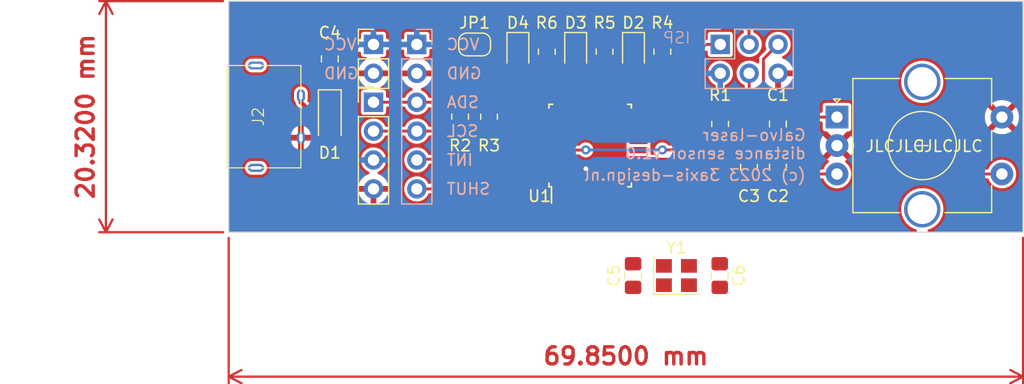
<source format=kicad_pcb>
(kicad_pcb (version 20221018) (generator pcbnew)

  (general
    (thickness 1.6)
  )

  (paper "A4")
  (title_block
    (title "Laser head distance sensor")
    (date "2023-05-27")
    (rev "v1.0")
    (company "3axis-design.nl")
  )

  (layers
    (0 "F.Cu" signal)
    (31 "B.Cu" signal)
    (32 "B.Adhes" user "B.Adhesive")
    (33 "F.Adhes" user "F.Adhesive")
    (34 "B.Paste" user)
    (35 "F.Paste" user)
    (36 "B.SilkS" user "B.Silkscreen")
    (37 "F.SilkS" user "F.Silkscreen")
    (38 "B.Mask" user)
    (39 "F.Mask" user)
    (40 "Dwgs.User" user "User.Drawings")
    (41 "Cmts.User" user "User.Comments")
    (42 "Eco1.User" user "User.Eco1")
    (43 "Eco2.User" user "User.Eco2")
    (44 "Edge.Cuts" user)
    (45 "Margin" user)
    (46 "B.CrtYd" user "B.Courtyard")
    (47 "F.CrtYd" user "F.Courtyard")
    (48 "B.Fab" user)
    (49 "F.Fab" user)
    (50 "User.1" user)
    (51 "User.2" user)
    (52 "User.3" user)
    (53 "User.4" user)
    (54 "User.5" user)
    (55 "User.6" user)
    (56 "User.7" user)
    (57 "User.8" user)
    (58 "User.9" user)
  )

  (setup
    (stackup
      (layer "F.SilkS" (type "Top Silk Screen"))
      (layer "F.Paste" (type "Top Solder Paste"))
      (layer "F.Mask" (type "Top Solder Mask") (thickness 0.01))
      (layer "F.Cu" (type "copper") (thickness 0.035))
      (layer "dielectric 1" (type "core") (thickness 1.51) (material "FR4") (epsilon_r 4.5) (loss_tangent 0.02))
      (layer "B.Cu" (type "copper") (thickness 0.035))
      (layer "B.Mask" (type "Bottom Solder Mask") (thickness 0.01))
      (layer "B.Paste" (type "Bottom Solder Paste"))
      (layer "B.SilkS" (type "Bottom Silk Screen"))
      (copper_finish "None")
      (dielectric_constraints no)
    )
    (pad_to_mask_clearance 0)
    (grid_origin 240.03 125.73)
    (pcbplotparams
      (layerselection 0x00010fc_ffffffff)
      (plot_on_all_layers_selection 0x0000000_00000000)
      (disableapertmacros false)
      (usegerberextensions true)
      (usegerberattributes true)
      (usegerberadvancedattributes true)
      (creategerberjobfile false)
      (dashed_line_dash_ratio 12.000000)
      (dashed_line_gap_ratio 3.000000)
      (svgprecision 4)
      (plotframeref false)
      (viasonmask false)
      (mode 1)
      (useauxorigin false)
      (hpglpennumber 1)
      (hpglpenspeed 20)
      (hpglpendiameter 15.000000)
      (dxfpolygonmode true)
      (dxfimperialunits true)
      (dxfusepcbnewfont true)
      (psnegative false)
      (psa4output false)
      (plotreference true)
      (plotvalue false)
      (plotinvisibletext false)
      (sketchpadsonfab false)
      (subtractmaskfromsilk true)
      (outputformat 1)
      (mirror false)
      (drillshape 0)
      (scaleselection 1)
      (outputdirectory "production")
    )
  )

  (net 0 "")
  (net 1 "RE_CLK")
  (net 2 "GND")
  (net 3 "RE_DATA")
  (net 4 "RE_SWITCH")
  (net 5 "VCC")
  (net 6 "SDA")
  (net 7 "SCK")
  (net 8 "INT")
  (net 9 "XSHUT")
  (net 10 "Net-(JP1-A)")
  (net 11 "~RESET")
  (net 12 "unconnected-(U1-PD3-Pad1)")
  (net 13 "unconnected-(U1-PD4-Pad2)")
  (net 14 "XTAL1")
  (net 15 "XTAL2")
  (net 16 "unconnected-(U1-PB0-Pad12)")
  (net 17 "unconnected-(U1-PB1-Pad13)")
  (net 18 "unconnected-(U1-PB2-Pad14)")
  (net 19 "SCL")
  (net 20 "MISO")
  (net 21 "MOSI")
  (net 22 "unconnected-(U1-AVCC-Pad18)")
  (net 23 "unconnected-(U1-ADC6-Pad19)")
  (net 24 "unconnected-(U1-AREF-Pad20)")
  (net 25 "unconnected-(U1-ADC7-Pad22)")
  (net 26 "unconnected-(U1-PD2-Pad32)")
  (net 27 "unconnected-(U1-PC3-Pad26)")
  (net 28 "Net-(D2-K)")
  (net 29 "LED0")
  (net 30 "Net-(D3-K)")
  (net 31 "LED1")
  (net 32 "Net-(D4-K)")
  (net 33 "LED2")
  (net 34 "unconnected-(J2-Pin_3-Pad3)")
  (net 35 "Net-(D1-A)")

  (footprint "Resistor_SMD:R_0805_2012Metric_Pad1.20x1.40mm_HandSolder" (layer "F.Cu") (at 233.7125 123.825 90))

  (footprint "Crystal:Crystal_SMD_3225-4Pin_3.2x2.5mm" (layer "F.Cu") (at 234.95 143.51))

  (footprint "Rotary_Encoder:RotaryEncoder_Alps_EC11E-Switch_Vertical_H20mm_CircularMountingHoles" (layer "F.Cu") (at 249.0685 129.58))

  (footprint "Capacitor_SMD:C_0805_2012Metric_Pad1.18x1.45mm_HandSolder" (layer "F.Cu") (at 204.47 124.46 90))

  (footprint "LED_SMD:LED_0805_2012Metric" (layer "F.Cu") (at 231.1725 123.825 -90))

  (footprint "Diode_SMD:D_SOD-123" (layer "F.Cu") (at 204.47 129.54 -90))

  (footprint "Capacitor_SMD:C_0805_2012Metric_Pad1.18x1.45mm_HandSolder" (layer "F.Cu") (at 243.8725 130.175 -90))

  (footprint "Package_QFP:TQFP-32_7x7mm_P0.8mm" (layer "F.Cu") (at 227.3625 132.08 90))

  (footprint "Resistor_SMD:R_0805_2012Metric_Pad1.20x1.40mm_HandSolder" (layer "F.Cu") (at 223.5525 123.825 90))

  (footprint "Capacitor_SMD:C_0805_2012Metric_Pad1.18x1.45mm_HandSolder" (layer "F.Cu") (at 243.8725 133.985 90))

  (footprint "laserhead-distance-sensor:USB-C power-only" (layer "F.Cu") (at 198.68 129.54 90))

  (footprint "Resistor_SMD:R_0805_2012Metric_Pad1.20x1.40mm_HandSolder" (layer "F.Cu") (at 238.7925 130.175 -90))

  (footprint "LED_SMD:LED_0805_2012Metric" (layer "F.Cu") (at 226.0925 123.825 -90))

  (footprint "Capacitor_SMD:C_0805_2012Metric_Pad1.18x1.45mm_HandSolder" (layer "F.Cu") (at 231.14 143.51 90))

  (footprint "Resistor_SMD:R_0805_2012Metric_Pad1.20x1.40mm_HandSolder" (layer "F.Cu") (at 228.6325 123.825 90))

  (footprint "Capacitor_SMD:C_0805_2012Metric_Pad1.18x1.45mm_HandSolder" (layer "F.Cu") (at 238.76 143.51 -90))

  (footprint "LED_SMD:LED_0805_2012Metric" (layer "F.Cu") (at 221.0125 123.825 -90))

  (footprint "Resistor_SMD:R_0805_2012Metric_Pad1.20x1.40mm_HandSolder" (layer "F.Cu") (at 218.4725 129.54 -90))

  (footprint "Resistor_SMD:R_0805_2012Metric_Pad1.20x1.40mm_HandSolder" (layer "F.Cu") (at 215.9325 129.54 -90))

  (footprint "Capacitor_SMD:C_0805_2012Metric_Pad1.18x1.45mm_HandSolder" (layer "F.Cu") (at 241.3325 133.985 90))

  (footprint "Connector_PinHeader_2.54mm:PinHeader_1x02_P2.54mm_Vertical" (layer "F.Cu") (at 208.3125 123.185))

  (footprint "Jumper:SolderJumper-2_P1.3mm_Bridged2Bar_RoundedPad1.0x1.5mm" (layer "F.Cu") (at 217.2025 123.19 180))

  (footprint "Connector_PinHeader_2.54mm:PinHeader_1x04_P2.54mm_Vertical" (layer "F.Cu") (at 208.3125 128.27))

  (footprint "Connector_PinHeader_2.54mm:PinHeader_1x06_P2.54mm_Vertical" (layer "B.Cu") (at 212.1225 123.19 180))

  (footprint "Connector_PinHeader_2.54mm:PinHeader_2x03_P2.54mm_Vertical" (layer "B.Cu") (at 238.8075 123.185 -90))

  (gr_line (start 195.58 139.7) (end 195.58 119.38)
    (stroke (width 0.1) (type default)) (layer "Edge.Cuts") (tstamp 118d1b0b-fa7b-40b6-b367-65fa64f20eb9))
  (gr_line (start 265.43 139.7) (end 195.58 139.7)
    (stroke (width 0.1) (type default)) (layer "Edge.Cuts") (tstamp 1903ae6e-bd57-4fe9-9f8d-57ea26909b75))
  (gr_line (start 265.43 119.38) (end 265.43 139.7)
    (stroke (width 0.1) (type default)) (layer "Edge.Cuts") (tstamp 473c3285-c120-4233-8f08-352c7e28eecb))
  (gr_line (start 195.58 119.38) (end 265.43 119.38)
    (stroke (width 0.1) (type default)) (layer "Edge.Cuts") (tstamp c9a2019d-de16-422e-aeab-8389525a8df5))
  (gr_text "GND" (at 214.6625 125.73) (layer "B.SilkS") (tstamp 16b388a0-174a-49c6-8015-5778e5079c4b)
    (effects (font (size 1 1) (thickness 0.15)) (justify right mirror))
  )
  (gr_text "SHUT" (at 214.6625 135.89) (layer "B.SilkS") (tstamp 1b318b73-e963-4076-ae45-b5780c956708)
    (effects (font (size 1 1) (thickness 0.15)) (justify right mirror))
  )
  (gr_text "Galvo-laser\ndistance sensor v1.0" (at 246.4125 133.35) (layer "B.SilkS") (tstamp 372649ae-c2aa-4a54-8bd0-5be29c683a4d)
    (effects (font (size 1 1) (thickness 0.15)) (justify left bottom mirror))
  )
  (gr_text "VCC" (at 214.6625 123.19) (layer "B.SilkS") (tstamp 3bae0ed2-2797-4dc9-ae6a-46b3c19e2f1c)
    (effects (font (size 1 1) (thickness 0.15)) (justify right mirror))
  )
  (gr_text "SDA" (at 214.6625 128.27) (layer "B.SilkS") (tstamp 5b77edb4-138d-4ea1-b076-0d5bb6f63d11)
    (effects (font (size 1 1) (thickness 0.15)) (justify right mirror))
  )
  (gr_text "(c) 2023 3axis-design.nl" (at 246.4125 135.255) (layer "B.SilkS") (tstamp 682594b1-974d-46f9-ad0b-33c19a166bb8)
    (effects (font (size 1 1) (thickness 0.15)) (justify left bottom mirror))
  )
  (gr_text "SCL" (at 214.6625 130.81) (layer "B.SilkS") (tstamp bc211a8a-bb0d-43e9-8d2c-3c4eee5676dd)
    (effects (font (size 1 1) (thickness 0.15)) (justify right mirror))
  )
  (gr_text "ISP" (at 236.2525 123.19) (layer "B.SilkS") (tstamp bf65c76e-c5df-40ee-b2d6-b40e0d6b8c32)
    (effects (font (size 1 1) (thickness 0.1)) (justify left bottom mirror))
  )
  (gr_text "GND" (at 203.8675 125.73) (layer "B.SilkS") (tstamp c30efb42-3106-42f4-a279-aaa5958b666b)
    (effects (font (size 1 1) (thickness 0.15)) (justify right mirror))
  )
  (gr_text "VCC" (at 203.8675 123.19) (layer "B.SilkS") (tstamp d1ec5cb1-4eb6-4586-8f29-d1e797e75dfd)
    (effects (font (size 1 1) (thickness 0.15)) (justify right mirror))
  )
  (gr_text "INT" (at 214.6625 133.35) (layer "B.SilkS") (tstamp dc9e8e11-b231-4781-92e3-1896897d4526)
    (effects (font (size 1 1) (thickness 0.15)) (justify right mirror))
  )
  (gr_text "JLCJLCJLCJLC" (at 251.4925 132.715) (layer "F.SilkS") (tstamp 500a9087-963a-4527-8b36-e3b0d61ac5c3)
    (effects (font (size 1 1) (thickness 0.15)) (justify left bottom))
  )
  (dimension (type aligned) (layer "F.Cu") (tstamp b5eb6e1a-ce8d-4537-9ded-499ef3f89ffd)
    (pts (xy 265.43 139.7) (xy 195.58 139.7))
    (height -12.7)
    (gr_text "69.8500 mm" (at 230.505 150.6) (layer "F.Cu") (tstamp b5eb6e1a-ce8d-4537-9ded-499ef3f89ffd)
      (effects (font (size 1.5 1.5) (thickness 0.3)))
    )
    (format (prefix "") (suffix "") (units 3) (units_format 1) (precision 4))
    (style (thickness 0.2) (arrow_length 1.27) (text_position_mode 0) (extension_height 0.58642) (extension_offset 0.5) keep_text_aligned)
  )
  (dimension (type aligned) (layer "F.Cu") (tstamp f73525e8-382c-44d5-ab78-8caac671066c)
    (pts (xy 195.58 119.38) (xy 195.58 139.7))
    (height 10.795)
    (gr_text "20.3200 mm" (at 182.985 129.54 90) (layer "F.Cu") (tstamp f73525e8-382c-44d5-ab78-8caac671066c)
      (effects (font (size 1.5 1.5) (thickness 0.3)))
    )
    (format (prefix "") (suffix "") (units 3) (units_format 1) (precision 4))
    (style (thickness 0.2) (arrow_length 1.27) (text_position_mode 0) (extension_height 0.58642) (extension_offset 0.5) keep_text_aligned)
  )

  (segment (start 238.8625 133.28) (end 243.005 129.1375) (width 0.25) (layer "F.Cu") (net 1) (tstamp 5a356abe-555f-4dbb-b33b-70222535fa58))
  (segment (start 243.005 129.1375) (end 243.8725 129.1375) (width 0.25) (layer "F.Cu") (net 1) (tstamp 94268935-53f0-4d32-a280-a1a9a34410db))
  (segment (start 244.315 129.58) (end 243.8725 129.1375) (width 0.25) (layer "F.Cu") (net 1) (tstamp 9c0877df-22d4-4ef6-80b2-9c5cde348d02))
  (segment (start 231.6125 133.28) (end 238.8625 133.28) (width 0.25) (layer "F.Cu") (net 1) (tstamp b844ce65-2230-43e0-8a3c-84e956dd0f11))
  (segment (start 249.0685 129.58) (end 244.315 129.58) (width 0.25) (layer "F.Cu") (net 1) (tstamp bf7ae1f2-62f2-4dc0-932e-9e29c75bc84b))
  (segment (start 212.1175 125.725) (end 212.1225 125.73) (width 0.25) (layer "F.Cu") (net 2) (tstamp b754e122-6130-4356-bb87-030062bbba01))
  (segment (start 242.96 134.11) (end 243.8725 135.0225) (width 0.25) (layer "F.Cu") (net 3) (tstamp 13df8d0c-8b6a-4763-ab1a-ecc288c5fc79))
  (segment (start 231.6125 134.08) (end 238.7925 134.08) (width 0.25) (layer "F.Cu") (net 3) (tstamp 722827fc-ebbd-44c4-9dea-19b7c699655a))
  (segment (start 244.315 134.58) (end 243.8725 135.0225) (width 0.25) (layer "F.Cu") (net 3) (tstamp 78f3cf31-b20c-459f-8da5-479595e39b50))
  (segment (start 238.7925 134.08) (end 238.8225 134.11) (width 0.25) (layer "F.Cu") (net 3) (tstamp 8f70009d-6a4e-4bcb-8616-e321aad39a5f))
  (segment (start 249.0685 134.58) (end 244.315 134.58) (width 0.25) (layer "F.Cu") (net 3) (tstamp af3e7383-b668-44c8-85c5-166e1e927a6c))
  (segment (start 238.8225 134.11) (end 242.96 134.11) (width 0.25) (layer "F.Cu") (net 3) (tstamp fd9014ba-475c-457f-8482-359cb43e4d56))
  (segment (start 263.8225 134.58) (end 252.8025 134.58) (width 0.25) (layer "F.Cu") (net 4) (tstamp 25193333-86da-435c-a063-021c6d4ca376))
  (segment (start 241.9675 137.16) (end 241.3325 136.525) (width 0.25) (layer "F.Cu") (net 4) (tstamp 47a282b2-8f6d-4f32-9912-42ce3cc1f170))
  (segment (start 231.6125 134.88) (end 241.19 134.88) (width 0.25) (layer "F.Cu") (net 4) (tstamp 485f50dc-ba6c-4c99-a19a-80a18aaf657b))
  (segment (start 250.2225 137.16) (end 241.9675 137.16) (width 0.25) (layer "F.Cu") (net 4) (tstamp 921d3c70-78eb-4fb8-86db-92c94eecb6c9))
  (segment (start 252.8025 134.58) (end 250.2225 137.16) (width 0.25) (layer "F.Cu") (net 4) (tstamp b5aea7a7-4b7d-4526-a47d-2d81bf79a196))
  (segment (start 241.19 134.88) (end 241.3325 135.0225) (width 0.25) (layer "F.Cu") (net 4) (tstamp cde8639e-4139-45c7-b0e9-648550a427a0))
  (segment (start 241.3325 136.525) (end 241.3325 135.0225) (width 0.25) (layer "F.Cu") (net 4) (tstamp f1bd324c-eac6-484d-8033-2bc1b73c1439))
  (segment (start 212.1225 123.19) (end 208.3175 123.19) (width 0.4) (layer "F.Cu") (net 5) (tstamp 14fc3936-0c11-40f3-bd1d-ccd096972df9))
  (segment (start 226.9625 136.33) (end 226.9625 134.131) (width 0.25) (layer "F.Cu") (net 5) (tstamp 36450fde-f9fc-439f-b584-fe2255be052c))
  (segment (start 238.7925 125.73) (end 238.7925 128.53) (width 0.25) (layer "F.Cu") (net 5) (tstamp 38ef80a7-b209-4233-9be5-d265c56ec0ce))
  (segment (start 204.47 125.4975) (end 204.47 127.89) (width 0.4) (layer "F.Cu") (net 5) (tstamp 39a5aa2c-525f-492d-8412-915dcebe8eb3))
  (segment (start 216.5525 123.19) (end 212.1225 123.19) (width 0.25) (layer "F.Cu") (net 5) (tstamp 4a12a403-d004-45d3-833a-603f3c7ee2a6))
  (segment (start 204.47 125.4975) (end 204.7025 125.4975) (width 0.4) (layer "F.Cu") (net 5) (tstamp 50ecdb41-15cc-4bd3-b8b1-25caf40cb454))
  (segment (start 204.7025 125.4975) (end 207.015 123.185) (width 0.4) (layer "F.Cu") (net 5) (tstamp 5cc30b57-c48a-477e-9852-6011f145588d))
  (segment (start 226.9625 134.131) (end 226.9815 134.112) (width 0.25) (layer "F.Cu") (net 5) (tstamp 72ae103c-959b-4908-b61a-3206f3c2ae36))
  (segment (start 238.7925 128.53) (end 238.7775 128.545) (width 0.25) (layer "F.Cu") (net 5) (tstamp 816be500-ebda-4107-a37c-30f1b524fef4))
  (segment (start 207.015 123.185) (end 208.3125 123.185) (width 0.4) (layer "F.Cu") (net 5) (tstamp b0cea3a7-e017-450b-9e19-e081f6665d33))
  (segment (start 204.3025 127.69) (end 204.5025 127.89) (width 0.4) (layer "F.Cu") (net 5) (tstamp f9b44365-f0a2-4c8e-b557-91483f3a9a1f))
  (via (at 226.9815 134.112) (size 0.8) (drill 0.4) (layers "F.Cu" "B.Cu") (free) (net 5) (tstamp 5f6e1bec-0132-4881-82e9-ce412a6dfb28))
  (segment (start 214.6625 129.54) (end 217.4725 129.54) (width 0.25) (layer "F.Cu") (net 6) (tstamp 061409d6-9e83-40c7-a0b3-f3c53696daeb))
  (segment (start 212.1225 128.27) (end 208.3125 128.27) (width 0.25) (layer "F.Cu") (net 6) (tstamp 0e734970-a21a-4d43-a447-58071c8c7d42))
  (segment (start 213.3925 128.27) (end 214.6625 129.54) (width 0.25) (layer "F.Cu") (net 6) (tstamp 48511f20-7795-4dd8-929a-cc095fd2fab0))
  (segment (start 212.1225 128.27) (end 213.3925 128.27) (width 0.25) (layer "F.Cu") (net 6) (tstamp 621c78b5-743b-47b2-a0b1-82b364bae8c8))
  (segment (start 223.1125 130.88) (end 218.8125 130.88) (width 0.25) (layer "F.Cu") (net 6) (tstamp 6bc2d229-ddbb-4407-9411-d97f80ce85b5))
  (segment (start 217.4725 129.54) (end 218.4725 130.54) (width 0.25) (layer "F.Cu") (net 6) (tstamp c114aa56-8115-4b34-821e-dfdb64828eb5))
  (segment (start 218.8125 130.88) (end 218.4725 130.54) (width 0.25) (layer "F.Cu") (net 6) (tstamp fd2da7a6-1989-498d-a116-45d85d5364e6))
  (segment (start 236.2375 127.005) (end 235.4125 127.83) (width 0.25) (layer "F.Cu") (net 7) (tstamp 05f8941c-2d35-43a0-8672-db8f7c27836c))
  (segment (start 241.3325 123.19) (end 241.3325 121.94) (width 0.25) (layer "F.Cu") (net 7) (tstamp 3b6c5016-c1fc-43b9-88fe-4b05af932927))
  (segment (start 241.3325 121.94) (end 240.6825 121.29) (width 0.25) (layer "F.Cu") (net 7) (tstamp 5edd2cb1-2c39-4cca-b735-d1b612a2de11))
  (segment (start 235.4125 127.83) (end 230.1625 127.83) (width 0.25) (layer "F.Cu") (net 7) (tstamp 83503974-ce2b-4576-bd98-a868b9894ea5))
  (segment (start 236.8725 121.29) (end 236.2375 121.925) (width 0.25) (layer "F.Cu") (net 7) (tstamp b5443424-4091-43e4-86aa-eb962dc7ca39))
  (segment (start 240.6825 121.29) (end 236.8725 121.29) (width 0.25) (layer "F.Cu") (net 7) (tstamp da28dc02-c5dd-4972-8707-6ae134e6733e))
  (segment (start 236.2375 121.925) (end 236.2375 127.005) (width 0.25) (layer "F.Cu") (net 7) (tstamp ff3b35ee-827c-432a-87a1-83de34e8d895))
  (segment (start 223.1125 133.28) (end 212.1925 133.28) (width 0.25) (layer "F.Cu") (net 8) (tstamp 1033ca7e-b6f1-4b29-b998-30243f72d653))
  (segment (start 212.1925 133.28) (end 212.1225 133.35) (width 0.25) (layer "F.Cu") (net 8) (tstamp 32af2296-3175-4f4b-9cb4-0cec5167cc83))
  (segment (start 223.1125 134.08) (end 215.2025 134.08) (width 0.25) (layer "F.Cu") (net 9) (tstamp 86cb2def-9e55-4cce-a7a8-c3103164e611))
  (segment (start 215.2025 134.08) (end 213.3925 135.89) (width 0.25) (layer "F.Cu") (net 9) (tstamp 902d1be4-6730-471d-b016-b79a06aafcf9))
  (segment (start 213.3925 135.89) (end 212.1225 135.89) (width 0.25) (layer "F.Cu") (net 9) (tstamp c8151840-98e9-4b47-b93d-65d9d5370caa))
  (segment (start 218.4725 128.54) (end 215.9325 128.54) (width 0.25) (layer "F.Cu") (net 10) (tstamp 6700d43d-1947-4afe-9cc4-b580c0859f5d))
  (segment (start 218.4725 128.54) (end 218.4725 123.81) (width 0.25) (layer "F.Cu") (net 10) (tstamp 6cbdbd27-28f3-4c6b-9196-68d53edec700))
  (segment (start 218.4725 123.81) (end 217.8525 123.19) (width 0.25) (layer "F.Cu") (net 10) (tstamp ff188ed7-400b-4bbd-aa59-5bc34b18bfcf))
  (segment (start 242.6025 128.271396) (end 242.6025 127) (width 0.25) (layer "F.Cu") (net 11) (tstamp 75fce5f9-1fa8-41ff-8962-7dea1b8e822b))
  (segment (start 238.7925 132.08) (end 238.7925 131.175) (width 0.25) (layer "F.Cu") (net 11) (tstamp 856eb90f-11ed-4540-bd14-b5d5b7b4be35))
  (segment (start 233.7125 132.461) (end 238.4115 132.461) (width 0.25) (layer "F.Cu") (net 11) (tstamp a57e18bd-350d-4f0c-8339-286473ded287))
  (segment (start 239.698896 131.175) (end 242.6025 128.271396) (width 0.25) (layer "F.Cu") (net 11) (tstamp ad737ecb-cf9c-409e-a58f-1d618b7edf94))
  (segment (start 223.1125 132.48) (end 226.9625 132.48) (width 0.25) (layer "F.Cu") (net 11) (tstamp c3cc0144-d084-45f2-8e51-b36d52aac652))
  (segment (start 242.6025 127) (end 242.6025 124.47) (width 0.25) (layer "F.Cu") (net 11) (tstamp cffc6361-fe51-4260-ae48-87f31e1e2343))
  (segment (start 238.4115 132.461) (end 238.7925 132.08) (width 0.25) (layer "F.Cu") (net 11) (tstamp d671141c-f813-45d4-a093-e5ffdcc39990))
  (segment (start 242.6025 124.47) (end 243.8875 123.185) (width 0.25) (layer "F.Cu") (net 11) (tstamp e225880d-9b68-4d55-b0d3-1ffbc528b0cb))
  (segment (start 226.9625 132.48) (end 226.9815 132.461) (width 0.25) (layer "F.Cu") (net 11) (tstamp ebb6f089-ff8a-43c8-866f-84b1b1e521fd))
  (segment (start 238.7925 131.175) (end 239.698896 131.175) (width 0.25) (layer "F.Cu") (net 11) (tstamp fb4507e0-4dad-4f9a-bc2f-e821e3a66bae))
  (via (at 233.7125 132.461) (size 0.8) (drill 0.4) (layers "F.Cu" "B.Cu") (free) (net 11) (tstamp 4c11e544-f092-486c-b8d3-b545cb39f507))
  (via (at 226.9815 132.461) (size 0.8) (drill 0.4) (layers "F.Cu" "B.Cu") (free) (net 11) (tstamp ff99f0b2-ec15-49e6-b9af-ecafa9edd6c1))
  (segment (start 226.9815 132.461) (end 233.7125 132.461) (width 0.25) (layer "B.Cu") (net 11) (tstamp 8b1aaa0d-a274-4b93-b297-6d8916ac2082))
  (segment (start 215.6625 130.81) (end 212.1225 130.81) (width 0.25) (layer "F.Cu") (net 19) (tstamp 1773b4ad-28ef-47dc-809e-194256f49cfd))
  (segment (start 215.9325 130.54) (end 215.6625 130.81) (width 0.25) (layer "F.Cu") (net 19) (tstamp 46bf4800-c235-42d8-9d05-23c80f9aa477))
  (segment (start 212.1225 130.81) (end 208.3125 130.81) (width 0.25) (layer "F.Cu") (net 19) (tstamp 4de73575-62c4-491c-bcf9-f30b00a4ad0e))
  (segment (start 223.1125 131.68) (end 217.0725 131.68) (width 0.25) (layer "F.Cu") (net 19) (tstamp 6e054c35-95f8-4342-a160-2e9e9e68538d))
  (segment (start 217.0725 131.68) (end 215.9325 130.54) (width 0.25) (layer "F.Cu") (net 19) (tstamp f010e072-b4ac-4a27-870a-b0f36b034575))
  (segment (start 235.8625 129.285) (end 235.8575 129.28) (width 0.25) (layer "F.Cu") (net 20) (tstamp 0eb8576b-7067-4f97-84d7-c4d2d849bb33))
  (segment (start 236.8725 123.83) (end 236.8725 128.275) (width 0.25) (layer "F.Cu") (net 20) (tstamp 395414f4-aa7a-49d1-a293-964cd1e3a13f))
  (segment (start 236.8725 128.275) (end 235.8625 129.285) (width 0.25) (layer "F.Cu") (net 20) (tstamp 4af8c49b-0ac4-405b-88f9-0555d09c2646))
  (segment (start 237.5125 123.19) (end 236.8725 123.83) (width 0.25) (layer "F.Cu") (net 20) (tstamp b953abfa-1e94-43b7-a100-b3e9bf2c9b3c))
  (segment (start 238.7925 123.19) (end 237.5125 123.19) (width 0.25) (layer "F.Cu") (net 20) (tstamp bee40cbf-92c6-423e-bae8-ba6d6a7f8e33))
  (segment (start 235.8575 129.28) (end 231.6125 129.28) (width 0.25) (layer "F.Cu") (net 20) (tstamp ed79aee3-5e52-4ad7-bdec-1af37e8a3dc7))
  (segment (start 241.3475 128.255) (end 241.3475 125.725) (width 0.25) (layer "F.Cu") (net 21) (tstamp 46895d6d-fdb5-48ad-b6f9-d4c3704b2415))
  (segment (start 231.6125 130.08) (end 231.6325 130.1) (width 0.25) (layer "F.Cu") (net 21) (tstamp 6509bcc8-3ce1-4c04-a539-95c64de41746))
  (segment (start 239.5025 130.1) (end 241.3475 128.255) (width 0.25) (layer "F.Cu") (net 21) (tstamp 9c2a9315-1bc3-4751-af9d-1cca83e8e157))
  (segment (start 231.6325 130.1) (end 239.5025 130.1) (width 0.25) (layer "F.Cu") (net 21) (tstamp aa8f05b5-bce7-4ea5-920a-1740f1cb03a7))
  (segment (start 231.1725 122.8875) (end 231.775 122.8875) (width 0.25) (layer "F.Cu") (net 28) (tstamp 6b7811a4-962f-4290-9e05-d7226dd1b90e))
  (segment (start 231.775 122.8875) (end 233.7125 124.825) (width 0.25) (layer "F.Cu") (net 28) (tstamp 7bb89afd-96b3-4005-8ea0-78d51ea3a095))
  (segment (start 230.5375 126.365) (end 226.0925 126.365) (width 0.25) (layer "F.Cu") (net 29) (tstamp 3ef42857-a087-4aa7-893c-7ccfdb44fe83))
  (segment (start 225.3625 127.095) (end 225.3625 127.83) (width 0.25) (layer "F.Cu") (net 29) (tstamp 4cedf701-0a11-4c79-bcd4-67e77c38dfd5))
  (segment (start 226.0925 126.365) (end 225.3625 127.095) (width 0.25) (layer "F.Cu") (net 29) (tstamp 9240abce-4095-4528-aa37-e30d297858a0))
  (segment (start 231.1725 125.73) (end 230.5375 126.365) (width 0.25) (layer "F.Cu") (net 29) (tstamp a0f9a130-1457-4081-8cf5-20345dd77b37))
  (segment (start 231.1725 124.7625) (end 231.1725 125.73) (width 0.25) (layer "F.Cu") (net 29) (tstamp b6dd187b-2967-4cf2-bf4a-f2f31c2eae53))
  (segment (start 226.695 122.8875) (end 228.6325 124.825) (width 0.25) (layer "F.Cu") (net 30) (tstamp a5f7f21a-13bf-49db-9775-a00b9c025ce9))
  (segment (start 226.0925 122.8875) (end 226.695 122.8875) (width 0.25) (layer "F.Cu") (net 30) (tstamp bc97bbdb-4de9-4112-8663-dd78f5fbb12e))
  (segment (start 226.0925 124.7625) (end 224.5625 126.2925) (width 0.25) (layer "F.Cu") (net 31) (tstamp a1395bc5-16c5-40a6-ba36-b95e261d6293))
  (segment (start 224.5625 126.2925) (end 224.5625 127.83) (width 0.25) (layer "F.Cu") (net 31) (tstamp e49afdb9-ea9c-4d69-af93-daaef45a5a4b))
  (segment (start 221.0125 122.8875) (end 221.615 122.8875) (width 0.25) (layer "F.Cu") (net 32) (tstamp 9fc9cabd-1ec3-4a07-93b7-f205fe56af34))
  (segment (start 221.615 122.8875) (end 223.5525 124.825) (width 0.25) (layer "F.Cu") (net 32) (tstamp aadbcf51-86ee-4938-b2ec-dc5ceecc94a5))
  (segment (start 221.0125 125.73) (end 223.1125 127.83) (width 0.25) (layer "F.Cu") (net 33) (tstamp 1ff9d0ee-c685-4b4c-99ba-8ed5e1e0a102))
  (segment (start 221.0125 124.7625) (end 221.0125 125.73) (width 0.25) (layer "F.Cu") (net 33) (tstamp 2755d099-53a0-43a8-8171-edb4d0aeed2d))
  (segment (start 223.1125 127.83) (end 223.1125 129.28) (width 0.25) (layer "F.Cu") (net 33) (tstamp c0b9705c-1410-4a4c-bf30-83092b955b18))
  (segment (start 201.93 128.27) (end 201.93 127.69) (width 0.4) (layer "F.Cu") (net 35) (tstamp 0b44b7bf-65dd-45a2-ab51-c50e2cbec1f5))
  (segment (start 204.47 131.19) (end 204.47 130.81) (width 0.4) (layer "F.Cu") (net 35) (tstamp 255d7e2e-f029-4670-9766-39c45a8dcb9b))
  (segment (start 204.47 130.81) (end 201.93 128.27) (width 0.4) (layer "F.Cu") (net 35) (tstamp d307c3b2-ff9a-4952-8796-3ab65054b273))

  (zone (net 2) (net_name "GND") (layer "F.Cu") (tstamp e30e7d2d-5ac7-4fc1-9215-39b287dcdd9a) (hatch edge 0.508)
    (connect_pads (clearance 0.254))
    (min_thickness 0.254) (filled_areas_thickness no)
    (fill yes (thermal_gap 0.508) (thermal_bridge_width 0.508) (island_removal_mode 2) (island_area_min 5))
    (polygon
      (pts
        (xy 195.58 119.38)
        (xy 195.58 139.7)
        (xy 265.43 139.7)
        (xy 265.43 119.38)
      )
    )
    (filled_polygon
      (layer "F.Cu")
      (pts
        (xy 242.984644 129.798714)
        (xy 243.021356 129.826196)
        (xy 243.022592 129.824547)
        (xy 243.167735 129.933198)
        (xy 243.167444 129.933585)
        (xy 243.208458 129.964287)
        (xy 243.233269 130.030808)
        (xy 243.218178 130.100182)
        (xy 243.167976 130.150384)
        (xy 243.147223 130.159401)
        (xy 243.074977 130.18334)
        (xy 242.924157 130.276367)
        (xy 242.798867 130.401657)
        (xy 242.70584 130.552477)
        (xy 242.650106 130.720672)
        (xy 242.639825 130.821307)
        (xy 242.6395 130.827697)
        (xy 242.6395 130.9585)
        (xy 245.1055 130.9585)
        (xy 245.1055 130.827697)
        (xy 245.105174 130.821307)
        (xy 245.094893 130.720672)
        (xy 245.039159 130.552477)
        (xy 244.946132 130.401657)
        (xy 244.820842 130.276367)
        (xy 244.685262 130.192741)
        (xy 244.637784 130.139955)
        (xy 244.626381 130.06988)
        (xy 244.654673 130.004765)
        (xy 244.713678 129.965282)
        (xy 244.751409 129.9595)
        (xy 247.688001 129.9595)
        (xy 247.756122 129.979502)
        (xy 247.802615 130.033158)
        (xy 247.814001 130.0855)
        (xy 247.814001 130.605068)
        (xy 247.828765 130.6793)
        (xy 247.885015 130.763484)
        (xy 247.904862 130.776745)
        (xy 247.969199 130.819734)
        (xy 248.043433 130.8345)
        (xy 248.13002 130.834499)
        (xy 248.198138 130.8545)
        (xy 248.219113 130.871404)
        (xy 248.940911 131.593202)
        (xy 248.926185 131.59532)
        (xy 248.7954 131.655048)
        (xy 248.686739 131.749202)
        (xy 248.609007 131.870156)
        (xy 248.584139 131.954848)
        (xy 247.835398 131.206107)
        (xy 247.835396 131.206107)
        (xy 247.720707 131.393264)
        (xy 247.629872 131.612559)
        (xy 247.57446 131.843366)
        (xy 247.555837 132.08)
        (xy 247.57446 132.316633)
        (xy 247.629872 132.54744)
        (xy 247.720708 132.766738)
        (xy 247.835396 132.953891)
        (xy 247.835397 132.953891)
        (xy 248.584138 132.20515)
        (xy 248.609007 132.289844)
        (xy 248.686739 132.410798)
        (xy 248.7954 132.504952)
        (xy 248.926185 132.56468)
        (xy 248.940912 132.566797)
        (xy 248.194607 133.313101)
        (xy 248.295284 133.374796)
        (xy 248.342915 133.427444)
        (xy 248.354522 133.497485)
        (xy 248.326419 133.562683)
        (xy 248.301721 133.585441)
        (xy 248.259041 133.615326)
        (xy 248.103828 133.770539)
        (xy 247.97792 133.950354)
        (xy 247.895201 134.127749)
        (xy 247.848284 134.181035)
        (xy 247.781006 134.2005)
        (xy 244.751409 134.2005)
        (xy 244.683288 134.180498)
        (xy 244.636795 134.126842)
        (xy 244.626691 134.056568)
        (xy 244.656185 133.991988)
        (xy 244.685262 133.967259)
        (xy 244.820842 133.883632)
        (xy 244.946132 133.758342)
        (xy 245.039159 133.607522)
        (xy 245.094893 133.439327)
        (xy 245.105174 133.338692)
        (xy 245.1055 133.332302)
        (xy 245.1055 133.2015)
        (xy 240.0995 133.2015)
        (xy 240.0995 133.332302)
        (xy 240.099825 133.338692)
        (xy 240.110106 133.439323)
        (xy 240.151707 133.564867)
        (xy 240.154147 133.635822)
        (xy 240.117839 133.696832)
        (xy 240.05431 133.728527)
        (xy 240.032102 133.7305)
        (xy 239.252884 133.7305)
        (xy 239.184763 133.710498)
        (xy 239.13827 133.656842)
        (xy 239.128166 133.586568)
        (xy 239.15766 133.521988)
        (xy 239.163788 133.515405)
        (xy 239.533014 133.146179)
        (xy 239.953502 132.72569)
        (xy 240.015813 132.691667)
        (xy 240.047309 132.693919)
        (xy 240.047309 132.6935)
        (xy 241.0785 132.6935)
        (xy 241.5865 132.6935)
        (xy 243.6185 132.6935)
        (xy 243.6185 131.4665)
        (xy 244.1265 131.4665)
        (xy 244.1265 132.6935)
        (xy 245.1055 132.6935)
        (xy 245.1055 132.562697)
        (xy 245.105174 132.556307)
        (xy 245.094893 132.455672)
        (xy 245.039159 132.287478)
        (xy 244.951985 132.146147)
        (xy 244.933248 132.077668)
        (xy 244.951985 132.013853)
        (xy 245.039159 131.872521)
        (xy 245.094893 131.704327)
        (xy 245.105174 131.603692)
        (xy 245.1055 131.597302)
        (xy 245.1055 131.4665)
        (xy 244.1265 131.4665)
        (xy 243.6185 131.4665)
        (xy 242.6395 131.4665)
        (xy 242.6395 131.597302)
        (xy 242.639825 131.603692)
        (xy 242.650106 131.704327)
        (xy 242.70584 131.872522)
        (xy 242.793014 132.013852)
        (xy 242.811751 132.082332)
        (xy 242.793014 132.146145)
        (xy 242.709741 132.281153)
        (xy 242.656956 132.328632)
        (xy 242.586881 132.340035)
        (xy 242.521765 132.311743)
        (xy 242.495259 132.281154)
        (xy 242.406132 132.136657)
        (xy 242.280842 132.011367)
        (xy 242.130022 131.91834)
        (xy 241.961827 131.862606)
        (xy 241.861192 131.852325)
        (xy 241.854803 131.852)
        (xy 241.5865 131.852)
        (xy 241.5865 132.6935)
        (xy 241.0785 132.6935)
        (xy 241.0785 131.851999)
        (xy 241.041942 131.815441)
        (xy 241.007916 131.753129)
        (xy 241.012981 131.682314)
        (xy 241.041942 131.637251)
        (xy 241.946357 130.732836)
        (xy 242.851519 129.827673)
        (xy 242.913829 129.79365)
      )
    )
    (filled_polygon
      (layer "F.Cu")
      (island)
      (pts
        (xy 237.819562 130.499502)
        (xy 237.866055 130.553158)
        (xy 237.876159 130.623432)
        (xy 237.869497 130.649532)
        (xy 237.84446 130.716658)
        (xy 237.838359 130.773396)
        (xy 237.838357 130.773415)
        (xy 237.838 130.776745)
        (xy 237.838 130.780111)
        (xy 237.838 130.780112)
        (xy 237.838 131.569883)
        (xy 237.838 131.569901)
        (xy 237.838001 131.573254)
        (xy 237.83836 131.576596)
        (xy 237.838361 131.57661)
        (xy 237.844459 131.633338)
        (xy 237.844459 131.63334)
        (xy 237.84446 131.633342)
        (xy 237.867527 131.695186)
        (xy 237.895158 131.769268)
        (xy 237.978044 131.879992)
        (xy 238.002854 131.946512)
        (xy 237.987762 132.015886)
        (xy 237.937559 132.066088)
        (xy 237.877175 132.0815)
        (xy 234.311956 132.0815)
        (xy 234.243835 132.061498)
        (xy 234.208261 132.027078)
        (xy 234.205998 132.023799)
        (xy 234.087029 131.918401)
        (xy 233.946293 131.844537)
        (xy 233.791971 131.8065)
        (xy 233.633029 131.8065)
        (xy 233.478707 131.844537)
        (xy 233.478706 131.844537)
        (xy 233.478704 131.844538)
        (xy 233.337972 131.9184)
        (xy 233.219001 132.023799)
        (xy 233.128712 132.154605)
        (xy 233.07235 132.303219)
        (xy 233.053193 132.460999)
        (xy 233.07235 132.61878)
        (xy 233.114462 132.72982)
        (xy 233.119916 132.800607)
        (xy 233.086233 132.863105)
        (xy 233.024109 132.897472)
        (xy 232.99665 132.9005)
        (xy 232.793 132.9005)
        (xy 232.724879 132.880498)
        (xy 232.678386 132.826842)
        (xy 232.667 132.7745)
        (xy 232.666999 132.179933)
        (xy 232.652011 132.104579)
        (xy 232.652011 132.055417)
        (xy 232.652232 132.054303)
        (xy 232.652234 132.054301)
        (xy 232.667 131.980067)
        (xy 232.666999 131.379934)
        (xy 232.666998 131.379931)
        (xy 232.652011 131.304579)
        (xy 232.652011 131.255417)
        (xy 232.652232 131.254303)
        (xy 232.652234 131.254301)
        (xy 232.667 131.180067)
        (xy 232.666999 130.605499)
        (xy 232.687001 130.537379)
        (xy 232.740657 130.490886)
        (xy 232.792999 130.4795)
        (xy 237.751441 130.4795)
      )
    )
    (filled_polygon
      (layer "F.Cu")
      (pts
        (xy 215.770168 123.589502)
        (xy 215.816661 123.643158)
        (xy 215.822943 123.660001)
        (xy 215.831784 123.690112)
        (xy 215.891511 123.820892)
        (xy 215.891512 123.820895)
        (xy 215.898259 123.831394)
        (xy 215.931439 123.883025)
        (xy 216.025597 123.991691)
        (xy 216.081411 124.040054)
        (xy 216.138822 124.076949)
        (xy 216.202368 124.117787)
        (xy 216.269551 124.148468)
        (xy 216.407506 124.188975)
        (xy 216.425782 124.191602)
        (xy 216.480608 124.199486)
        (xy 216.480611 124.199486)
        (xy 217.0525 124.199486)
        (xy 217.151801 124.179734)
        (xy 217.151801 124.179733)
        (xy 217.176384 124.174844)
        (xy 217.17714 124.178645)
        (xy 217.200175 124.171417)
        (xy 217.227795 124.178976)
        (xy 217.228618 124.174844)
        (xy 217.253197 124.179733)
        (xy 217.253199 124.179734)
        (xy 217.3525 124.199486)
        (xy 217.352501 124.199486)
        (xy 217.924392 124.199486)
        (xy 217.949068 124.195938)
        (xy 218.019342 124.206041)
        (xy 218.072998 124.252534)
        (xy 218.093 124.320654)
        (xy 218.093 127.559889)
        (xy 218.072998 127.62801)
        (xy 218.019342 127.674503)
        (xy 217.974598 127.6855)
        (xy 217.974246 127.685501)
        (xy 217.970891 127.685861)
        (xy 217.970884 127.685862)
        (xy 217.914161 127.691959)
        (xy 217.778231 127.742658)
        (xy 217.662095 127.829595)
        (xy 217.575158 127.945732)
        (xy 217.562579 127.979458)
        (xy 217.525626 128.078533)
        (xy 217.48308 128.135368)
        (xy 217.41656 128.160179)
        (xy 217.407571 128.1605)
        (xy 216.99743 128.1605)
        (xy 216.929309 128.140498)
        (xy 216.882816 128.086842)
        (xy 216.879374 128.078533)
        (xy 216.867913 128.047806)
        (xy 216.829842 127.945733)
        (xy 216.829841 127.945731)
        (xy 216.742904 127.829595)
        (xy 216.626768 127.742658)
        (xy 216.490839 127.691959)
        (xy 216.434103 127.685859)
        (xy 216.434085 127.685858)
        (xy 216.430755 127.6855)
        (xy 216.427387 127.6855)
        (xy 215.437616 127.6855)
        (xy 215.437597 127.6855)
        (xy 215.434246 127.685501)
        (xy 215.430904 127.68586)
        (xy 215.430889 127.685861)
        (xy 215.374161 127.691959)
        (xy 215.238231 127.742658)
        (xy 215.122095 127.829595)
        (xy 215.035158 127.945731)
        (xy 214.984459 128.08166)
        (xy 214.978359 128.138396)
        (xy 214.978357 128.138415)
        (xy 214.978 128.141745)
        (xy 214.978 128.145111)
        (xy 214.978 128.145112)
        (xy 214.978 128.934883)
        (xy 214.978 128.934901)
        (xy 214.978001 128.938254)
        (xy 214.982309 128.978334)
        (xy 214.985663 129.009535)
        (xy 214.973055 129.079404)
        (xy 214.924674 129.131364)
        (xy 214.855883 129.14892)
        (xy 214.78852 129.126497)
        (xy 214.771289 129.112095)
        (xy 213.697918 128.038724)
        (xy 213.68153 128.018544)
        (xy 213.675568 128.009418)
        (xy 213.675567 128.009417)
        (xy 213.650355 127.989793)
        (xy 213.638653 127.979458)
        (xy 213.638617 127.979422)
        (xy 213.621532 127.967223)
        (xy 213.617363 127.964114)
        (xy 213.578291 127.933705)
        (xy 213.575619 127.931625)
        (xy 213.575617 127.931624)
        (xy 213.569267 127.926682)
        (xy 213.569192 127.926643)
        (xy 213.510811 127.909262)
        (xy 213.505853 127.907673)
        (xy 213.448222 127.887888)
        (xy 213.44813 127.887875)
        (xy 213.387286 127.890392)
        (xy 213.382079 127.8905)
        (xy 213.245401 127.8905)
        (xy 213.17728 127.870498)
        (xy 213.132611 127.820663)
        (xy 213.065589 127.686066)
        (xy 213.017588 127.622503)
        (xy 212.942232 127.522715)
        (xy 212.790962 127.384814)
        (xy 212.705978 127.332194)
        (xy 212.616925 127.277054)
        (xy 212.554091 127.252712)
        (xy 212.497796 127.209452)
        (xy 212.473826 127.142625)
        (xy 212.48979 127.073446)
        (xy 212.540622 127.023881)
        (xy 212.558697 127.016048)
        (xy 212.669867 126.977884)
        (xy 212.867802 126.870766)
        (xy 213.045403 126.732533)
        (xy 213.197821 126.566962)
        (xy 213.320919 126.378548)
        (xy 213.411322 126.172451)
        (xy 213.459044 125.984)
        (xy 212.553616 125.984)
        (xy 212.581993 125.939844)
        (xy 212.6225 125.801889)
        (xy 212.6225 125.658111)
        (xy 212.581993 125.520156)
        (xy 212.553616 125.476)
        (xy 213.459044 125.476)
        (xy 213.459044 125.475999)
        (xy 213.411322 125.287548)
        (xy 213.320919 125.081451)
        (xy 213.197821 124.893037)
        (xy 213.045403 124.727466)
        (xy 212.867802 124.589233)
        (xy 212.760775 124.531313)
        (xy 212.710385 124.481299)
        (xy 212.695033 124.411982)
        (xy 212.719594 124.345369)
        (xy 212.776269 124.30261)
        (xy 212.820744 124.294499)
        (xy 212.997566 124.294499)
        (xy 212.997568 124.294499)
        (xy 213.047055 124.284655)
        (xy 213.071801 124.279734)
        (xy 213.155984 124.223484)
        (xy 213.212234 124.139301)
        (xy 213.227 124.065067)
        (xy 213.227 123.6955)
        (xy 213.247002 123.627379)
        (xy 213.300658 123.580886)
        (xy 213.353 123.5695)
        (xy 215.702047 123.5695)
      )
    )
    (filled_polygon
      (layer "F.Cu")
      (pts
        (xy 210.960122 123.664502)
        (xy 211.006615 123.718158)
        (xy 211.018001 123.7705)
        (xy 211.018 124.065068)
        (xy 211.032765 124.1393)
        (xy 211.089015 124.223484)
        (xy 211.131525 124.251888)
        (xy 211.173199 124.279734)
        (xy 211.247433 124.2945)
        (xy 211.424255 124.294499)
        (xy 211.492373 124.314501)
        (xy 211.538866 124.368156)
        (xy 211.548971 124.43843)
        (xy 211.519478 124.503011)
        (xy 211.484223 124.531312)
        (xy 211.377202 124.589229)
        (xy 211.199596 124.727466)
        (xy 211.047178 124.893037)
        (xy 210.92408 125.081451)
        (xy 210.833677 125.287548)
        (xy 210.785955 125.475999)
        (xy 210.785956 125.476)
        (xy 211.691384 125.476)
        (xy 211.663007 125.520156)
        (xy 211.6225 125.658111)
        (xy 211.6225 125.801889)
        (xy 211.663007 125.939844)
        (xy 211.691384 125.984)
        (xy 210.785955 125.984)
        (xy 210.833677 126.172451)
        (xy 210.92408 126.378548)
        (xy 211.047178 126.566962)
        (xy 211.199596 126.732533)
        (xy 211.377197 126.870766)
        (xy 211.575131 126.977883)
        (xy 211.686303 127.016048)
        (xy 211.744238 127.057085)
        (xy 211.77079 127.122929)
        (xy 211.757529 127.192676)
        (xy 211.708665 127.244182)
        (xy 211.690909 127.252712)
        (xy 211.628072 127.277055)
        (xy 211.454039 127.384813)
        (xy 211.302767 127.522716)
        (xy 211.17941 127.686066)
        (xy 211.112389 127.820663)
        (xy 211.06412 127.872727)
        (xy 210.999599 127.8905)
        (xy 209.542999 127.8905)
        (xy 209.474878 127.870498)
        (xy 209.428385 127.816842)
        (xy 209.416999 127.7645)
        (xy 209.416999 127.394931)
        (xy 209.402234 127.320699)
        (xy 209.345984 127.236515)
        (xy 209.261801 127.180266)
        (xy 209.261796 127.180265)
        (xy 209.187567 127.1655)
        (xy 209.187566 127.1655)
        (xy 209.001507 127.1655)
        (xy 208.933386 127.145498)
        (xy 208.886893 127.091842)
        (xy 208.876789 127.021568)
        (xy 208.906283 126.956988)
        (xy 208.941538 126.928686)
        (xy 209.057799 126.865768)
        (xy 209.235403 126.727533)
        (xy 209.387821 126.561962)
        (xy 209.510919 126.373548)
        (xy 209.601322 126.167451)
        (xy 209.649044 125.979)
        (xy 208.743616 125.979)
        (xy 208.771993 125.934844)
        (xy 208.8125 125.796889)
        (xy 208.8125 125.653111)
        (xy 208.771993 125.515156)
        (xy 208.743616 125.471)
        (xy 209.649044 125.471)
        (xy 209.649044 125.470999)
        (xy 209.601322 125.282548)
        (xy 209.510919 125.076451)
        (xy 209.387821 124.888037)
        (xy 209.235403 124.722466)
        (xy 209.057802 124.584233)
        (xy 208.950775 124.526313)
        (xy 208.900385 124.476299)
        (xy 208.885033 124.406982)
        (xy 208.909594 124.340369)
        (xy 208.966269 124.29761)
        (xy 209.010744 124.289499)
        (xy 209.187566 124.289499)
        (xy 209.187568 124.289499)
        (xy 209.247854 124.277508)
        (xy 209.261801 124.274734)
        (xy 209.345984 124.218484)
        (xy 209.402234 124.134301)
        (xy 209.417 124.060067)
        (xy 209.417 123.7705)
        (xy 209.437002 123.702379)
        (xy 209.490658 123.655886)
        (xy 209.543 123.6445)
        (xy 210.892001 123.6445)
      )
    )
    (filled_polygon
      (layer "F.Cu")
      (pts
        (xy 265.371621 119.400502)
        (xy 265.418114 119.454158)
        (xy 265.4295 119.5065)
        (xy 265.4295 139.5735)
        (xy 265.409498 139.641621)
        (xy 265.355842 139.688114)
        (xy 265.3035 139.6995)
        (xy 257.159078 139.6995)
        (xy 257.090957 139.679498)
        (xy 257.044464 139.625842)
        (xy 257.03436 139.555568)
        (xy 257.063854 139.490988)
        (xy 257.115045 139.455445)
        (xy 257.201064 139.42336)
        (xy 257.340855 139.371221)
        (xy 257.573679 139.24409)
        (xy 257.786041 139.085118)
        (xy 257.973618 138.897541)
        (xy 258.13259 138.685179)
        (xy 258.259721 138.452355)
        (xy 258.352425 138.203808)
        (xy 258.408813 137.944597)
        (xy 258.427737 137.68)
        (xy 258.408813 137.415403)
        (xy 258.352425 137.156192)
        (xy 258.352005 137.155067)
        (xy 258.305643 137.030766)
        (xy 258.259721 136.907645)
        (xy 258.13259 136.674821)
        (xy 258.10449 136.637283)
        (xy 257.973616 136.462456)
        (xy 257.786043 136.274883)
        (xy 257.573681 136.115911)
        (xy 257.533222 136.093819)
        (xy 257.340855 135.988779)
        (xy 257.34085 135.988777)
        (xy 257.092313 135.896076)
        (xy 256.833093 135.839686)
        (xy 256.5685 135.820762)
        (xy 256.303906 135.839686)
        (xy 256.044686 135.896076)
        (xy 255.796149 135.988777)
        (xy 255.563318 136.115911)
        (xy 255.350956 136.274883)
        (xy 255.163383 136.462456)
        (xy 255.004411 136.674818)
        (xy 254.877277 136.907649)
        (xy 254.784576 137.156186)
        (xy 254.728186 137.415406)
        (xy 254.709262 137.68)
        (xy 254.728186 137.944593)
        (xy 254.784576 138.203813)
        (xy 254.877277 138.45235)
        (xy 254.877279 138.452355)
        (xy 254.990174 138.659108)
        (xy 255.004411 138.685181)
        (xy 255.163383 138.897543)
        (xy 255.350956 139.085116)
        (xy 255.350959 139.085118)
        (xy 255.563321 139.24409)
        (xy 255.796145 139.371221)
        (xy 255.904608 139.411676)
        (xy 256.021955 139.455445)
        (xy 256.078791 139.497991)
        (xy 256.103601 139.564512)
        (xy 256.088509 139.633886)
        (xy 256.038307 139.684088)
        (xy 255.977922 139.6995)
        (xy 195.7065 139.6995)
        (xy 195.638379 139.679498)
        (xy 195.591886 139.625842)
        (xy 195.5805 139.5735)
        (xy 195.5805 136.144)
        (xy 206.975955 136.144)
        (xy 207.023677 136.332451)
        (xy 207.11408 136.538548)
        (xy 207.237178 136.726962)
        (xy 207.389596 136.892533)
        (xy 207.567197 137.030766)
        (xy 207.765131 137.137883)
        (xy 207.977985 137.210955)
        (xy 208.0585 137.224391)
        (xy 208.0585 136.323674)
        (xy 208.170185 136.37468)
        (xy 208.276737 136.39)
        (xy 208.348263 136.39)
        (xy 208.454815 136.37468)
        (xy 208.5665 136.323674)
        (xy 208.5665 137.22439)
        (xy 208.647014 137.210955)
        (xy 208.859868 137.137883)
        (xy 209.057802 137.030766)
        (xy 209.235403 136.892533)
        (xy 209.387821 136.726962)
        (xy 209.510919 136.538548)
        (xy 209.601322 136.332451)
        (xy 209.649044 136.144)
        (xy 208.743616 136.144)
        (xy 208.771993 136.099844)
        (xy 208.8125 135.961889)
        (xy 208.8125 135.818111)
        (xy 208.771993 135.680156)
        (xy 208.743616 135.636)
        (xy 209.649044 135.636)
        (xy 209.649044 135.635999)
        (xy 209.601322 135.447548)
        (xy 209.510919 135.241451)
        (xy 209.387821 135.053037)
        (xy 209.235403 134.887466)
        (xy 209.057802 134.749233)
        (xy 208.859868 134.642116)
        (xy 208.748696 134.603951)
        (xy 208.690761 134.562914)
        (xy 208.664209 134.497069)
        (xy 208.67747 134.427322)
        (xy 208.726335 134.375817)
        (xy 208.744086 134.367288)
        (xy 208.806927 134.342944)
        (xy 208.980962 134.235186)
        (xy 209.132232 134.097285)
        (xy 209.255588 133.933935)
        (xy 209.346828 133.750701)
        (xy 209.402845 133.553821)
        (xy 209.421732 133.35)
        (xy 209.42079 133.339839)
        (xy 209.402845 133.14618)
        (xy 209.394116 133.1155)
        (xy 209.346828 132.949299)
        (xy 209.307783 132.870886)
        (xy 209.255589 132.766066)
        (xy 209.201106 132.693919)
        (xy 209.132232 132.602715)
        (xy 208.980962 132.464814)
        (xy 208.932587 132.434861)
        (xy 208.806928 132.357056)
        (xy 208.667955 132.303218)
        (xy 208.616056 132.283112)
        (xy 208.414847 132.2455)
        (xy 208.210153 132.2455)
        (xy 208.019424 132.281153)
        (xy 208.008944 132.283112)
        (xy 207.818071 132.357056)
        (xy 207.644039 132.464813)
        (xy 207.492767 132.602716)
        (xy 207.36941 132.766066)
        (xy 207.278172 132.949297)
        (xy 207.222154 133.14618)
        (xy 207.203267 133.35)
        (xy 207.222154 133.553819)
        (xy 207.278172 133.750702)
        (xy 207.36941 133.933933)
        (xy 207.429814 134.013921)
        (xy 207.492768 134.097285)
        (xy 207.644038 134.235186)
        (xy 207.818073 134.342944)
        (xy 207.880907 134.367286)
        (xy 207.937203 134.410546)
        (xy 207.961173 134.477373)
        (xy 207.945209 134.546552)
        (xy 207.894378 134.596118)
        (xy 207.876304 134.603951)
        (xy 207.76513 134.642117)
        (xy 207.567197 134.749233)
        (xy 207.389596 134.887466)
        (xy 207.237178 135.053037)
        (xy 207.11408 135.241451)
        (xy 207.023677 135.447548)
        (xy 206.975955 135.635999)
        (xy 206.975956 135.636)
        (xy 207.881384 135.636)
        (xy 207.853007 135.680156)
        (xy 207.8125 135.818111)
        (xy 207.8125 135.961889)
        (xy 207.853007 136.099844)
        (xy 207.881384 136.144)
        (xy 206.975955 136.144)
        (xy 195.5805 136.144)
        (xy 195.5805 134.039999)
        (xy 197.020284 134.039999)
        (xy 197.041059 134.197806)
        (xy 197.101968 134.344856)
        (xy 197.128986 134.380066)
        (xy 197.198866 134.471134)
        (xy 197.29257 134.543036)
        (xy 197.325143 134.568031)
        (xy 197.392082 134.595757)
        (xy 197.472194 134.62894)
        (xy 197.572273 134.642116)
        (xy 197.586294 134.643962)
        (xy 197.586295 134.643962)
        (xy 197.590381 134.6445)
        (xy 197.594503 134.6445)
        (xy 198.365497 134.6445)
        (xy 198.369619 134.6445)
        (xy 198.487806 134.62894)
        (xy 198.634858 134.56803)
        (xy 198.761134 134.471134)
        (xy 198.85803 134.344858)
        (xy 198.868725 134.319039)
        (xy 198.91894 134.197806)
        (xy 198.928163 134.127749)
        (xy 198.939716 134.04)
        (xy 198.91894 133.882194)
        (xy 198.91894 133.882193)
        (xy 198.858031 133.735143)
        (xy 198.834577 133.704578)
        (xy 198.761134 133.608866)
        (xy 198.675053 133.542813)
        (xy 198.634856 133.511968)
        (xy 198.487806 133.45106)
        (xy 198.373705 133.436037)
        (xy 198.37369 133.436036)
        (xy 198.369619 133.4355)
        (xy 197.590381 133.4355)
        (xy 197.58631 133.436035)
        (xy 197.586294 133.436037)
        (xy 197.472193 133.45106)
        (xy 197.325143 133.511968)
        (xy 197.198866 133.608866)
        (xy 197.101968 133.735143)
        (xy 197.041059 133.882193)
        (xy 197.020284 134.039999)
        (xy 195.5805 134.039999)
        (xy 195.5805 131.644001)
        (xy 201.072813 131.644001)
        (xy 201.087118 131.775531)
        (xy 201.146707 131.952387)
        (xy 201.242926 132.112302)
        (xy 201.371265 132.24779)
        (xy 201.525736 132.352523)
        (xy 201.676 132.412393)
        (xy 201.676 131.644)
        (xy 201.072815 131.644)
        (xy 201.072813 131.644001)
        (xy 195.5805 131.644001)
        (xy 195.5805 131.609746)
        (xy 201.78 131.609746)
        (xy 201.795514 131.667645)
        (xy 201.852354 131.724486)
        (xy 201.93 131.745291)
        (xy 202.007645 131.724486)
        (xy 202.064486 131.667645)
        (xy 202.070822 131.644)
        (xy 202.184 131.644)
        (xy 202.184 132.409934)
        (xy 202.249448 132.391762)
        (xy 202.414339 132.304343)
        (xy 202.556575 132.183526)
        (xy 202.669517 132.034953)
        (xy 202.747881 131.865572)
        (xy 202.788 131.683313)
        (xy 202.788 131.644)
        (xy 202.184 131.644)
        (xy 202.070822 131.644)
        (xy 202.08 131.609746)
        (xy 202.08 131.170254)
        (xy 202.064486 131.112355)
        (xy 202.007646 131.055514)
        (xy 201.93 131.034709)
        (xy 201.852355 131.055514)
        (xy 201.795514 131.112355)
        (xy 201.78 131.170254)
        (xy 201.78 131.609746)
        (xy 195.5805 131.609746)
        (xy 195.5805 131.136)
        (xy 201.072 131.136)
        (xy 201.676 131.136)
        (xy 201.676 130.370064)
        (xy 201.675999 130.370064)
        (xy 201.610549 130.388237)
        (xy 201.44566 130.475656)
        (xy 201.303424 130.596473)
        (xy 201.190482 130.745046)
        (xy 201.112118 130.914427)
        (xy 201.072 131.096686)
        (xy 201.072 131.136)
        (xy 195.5805 131.136)
        (xy 195.5805 130.367606)
        (xy 202.184 130.367606)
        (xy 202.184 131.136)
        (xy 202.787185 131.136)
        (xy 202.787186 131.135998)
        (xy 202.772881 131.004468)
        (xy 202.713292 130.827612)
        (xy 202.617073 130.667697)
        (xy 202.488734 130.532209)
        (xy 202.334264 130.427477)
        (xy 202.184 130.367606)
        (xy 195.5805 130.367606)
        (xy 195.5805 127.929619)
        (xy 201.3255 127.929619)
        (xy 201.326036 127.93369)
        (xy 201.326037 127.933705)
        (xy 201.341059 128.047805)
        (xy 201.40197 128.194859)
        (xy 201.451726 128.259701)
        (xy 201.475567 128.31298)
        (xy 201.4814 128.343808)
        (xy 201.482189 128.348451)
        (xy 201.491704 128.411576)
        (xy 201.493276 128.416352)
        (xy 201.496158 128.421806)
        (xy 201.496159 128.421807)
        (xy 201.523105 128.472792)
        (xy 201.525216 128.476975)
        (xy 201.552909 128.53448)
        (xy 201.555815 128.538575)
        (xy 201.560179 128.542939)
        (xy 201.56018 128.54294)
        (xy 201.600948 128.583708)
        (xy 201.604191 128.587074)
        (xy 201.643423 128.629356)
        (xy 201.643425 128.629357)
        (xy 201.647624 128.633882)
        (xy 201.662661 128.645421)
        (xy 203.634367 130.617127)
        (xy 203.668393 130.679439)
        (xy 203.663328 130.750253)
        (xy 203.62164 130.862025)
        (xy 203.615859 130.915789)
        (xy 203.615858 130.915804)
        (xy 203.6155 130.919136)
        (xy 203.6155 131.460864)
        (xy 203.615858 131.464196)
        (xy 203.615859 131.46421)
        (xy 203.618431 131.488126)
        (xy 203.62164 131.517973)
        (xy 203.664669 131.633338)
        (xy 203.669825 131.647163)
        (xy 203.752455 131.757544)
        (xy 203.817853 131.8065)
        (xy 203.862837 131.840175)
        (xy 203.992027 131.88836)
        (xy 204.049136 131.8945)
        (xy 204.052503 131.8945)
        (xy 204.887497 131.8945)
        (xy 204.890864 131.8945)
        (xy 204.947973 131.88836)
        (xy 205.077163 131.840175)
        (xy 205.187544 131.757544)
        (xy 205.270175 131.647163)
        (xy 205.31836 131.517973)
        (xy 205.3245 131.460864)
        (xy 205.3245 130.919136)
        (xy 205.31836 130.862027)
        (xy 205.270175 130.732837)
        (xy 205.2494 130.705086)
        (xy 205.187544 130.622455)
        (xy 205.077163 130.539825)
        (xy 205.070605 130.537379)
        (xy 204.947973 130.49164)
        (xy 204.94096 130.490886)
        (xy 204.89421 130.485859)
        (xy 204.894196 130.485858)
        (xy 204.890864 130.4855)
        (xy 204.887497 130.4855)
        (xy 204.843892 130.4855)
        (xy 204.775771 130.465498)
        (xy 204.75533 130.448386)
        (xy 204.737338 130.434578)
        (xy 202.529156 128.226395)
        (xy 202.49513 128.164083)
        (xy 202.500195 128.093267)
        (xy 202.501825 128.089123)
        (xy 202.51894 128.047806)
        (xy 202.5345 127.929619)
        (xy 202.5345 127.450381)
        (xy 202.51894 127.332194)
        (xy 202.48068 127.239825)
        (xy 202.458031 127.185143)
        (xy 202.425405 127.142625)
        (xy 202.361134 127.058866)
        (xy 202.272074 126.990527)
        (xy 202.234856 126.961968)
        (xy 202.087806 126.901059)
        (xy 201.93 126.880284)
        (xy 201.772193 126.901059)
        (xy 201.625143 126.961968)
        (xy 201.498866 127.058866)
        (xy 201.401968 127.185143)
        (xy 201.34106 127.332193)
        (xy 201.326037 127.446294)
        (xy 201.326035 127.44631)
        (xy 201.3255 127.450381)
        (xy 201.3255 127.929619)
        (xy 195.5805 127.929619)
        (xy 195.5805 125.04)
        (xy 197.020284 125.04)
        (xy 197.041059 125.197806)
        (xy 197.101968 125.344856)
        (xy 197.126885 125.377328)
        (xy 197.198866 125.471134)
        (xy 197.290443 125.541404)
        (xy 197.325143 125.568031)
        (xy 197.364361 125.584275)
        (xy 197.472194 125.62894)
        (xy 197.576987 125.642736)
        (xy 197.586294 125.643962)
        (xy 197.586295 125.643962)
        (xy 197.590381 125.6445)
        (xy 197.594503 125.6445)
        (xy 198.365497 125.6445)
        (xy 198.369619 125.6445)
        (xy 198.487806 125.62894)
        (xy 198.634858 125.56803)
        (xy 198.761134 125.471134)
        (xy 198.85803 125.344858)
        (xy 198.91894 125.197806)
        (xy 198.939716 125.04)
        (xy 198.91894 124.882194)
        (xy 198.901386 124.839814)
        (xy 198.858031 124.735143)
        (xy 198.828053 124.696076)
        (xy 198.761134 124.608866)
        (xy 198.653549 124.526312)
        (xy 198.634856 124.511968)
        (xy 198.487806 124.45106)
        (xy 198.373705 124.436037)
        (xy 198.37369 124.436036)
        (xy 198.369619 124.4355)
        (xy 197.590381 124.4355)
        (xy 197.58631 124.436035)
        (xy 197.586294 124.436037)
        (xy 197.472193 124.45106)
        (xy 197.325143 124.511968)
        (xy 197.198866 124.608866)
        (xy 197.101968 124.735143)
        (xy 197.041059 124.882193)
        (xy 197.020284 125.04)
        (xy 195.5805 125.04)
        (xy 195.5805 123.807302)
        (xy 203.237 123.807302)
        (xy 203.237325 123.813692)
        (xy 203.247606 123.914327)
        (xy 203.30334 124.082522)
        (xy 203.396367 124.233342)
        (xy 203.521657 124.358632)
        (xy 203.672475 124.451657)
        (xy 203.744722 124.475597)
        (xy 203.803094 124.516011)
        (xy 203.83035 124.581567)
        (xy 203.817837 124.651452)
        (xy 203.769528 124.703478)
        (xy 203.75137 124.71218)
        (xy 203.634595 124.799595)
        (xy 203.547658 124.915731)
        (xy 203.496959 125.05166)
        (xy 203.490859 125.108396)
        (xy 203.490857 125.108415)
        (xy 203.4905 125.111745)
        (xy 203.4905 125.115111)
        (xy 203.4905 125.115112)
        (xy 203.4905 125.879883)
        (xy 203.4905 125.879901)
        (xy 203.490501 125.883254)
        (xy 203.49086 125.886596)
        (xy 203.490861 125.88661)
        (xy 203.496959 125.943338)
        (xy 203.496959 125.94334)
        (xy 203.49696 125.943342)
        (xy 203.518503 126.0011)
        (xy 203.547658 126.079268)
        (xy 203.634595 126.195404)
        (xy 203.750731 126.282341)
        (xy 203.750732 126.282341)
        (xy 203.750733 126.282342)
        (xy 203.886658 126.33304)
        (xy 203.902969 126.334793)
        (xy 203.96856 126.361961)
        (xy 204.009052 126.420279)
        (xy 204.0155 126.460071)
        (xy 204.0155 127.095401)
        (xy 203.995498 127.163522)
        (xy 203.941842 127.210015)
        (xy 203.933533 127.213457)
        (xy 203.862835 127.239825)
        (xy 203.752455 127.322455)
        (xy 203.669825 127.432836)
        (xy 203.62164 127.562027)
        (xy 203.615859 127.615789)
        (xy 203.615858 127.615804)
        (xy 203.6155 127.619136)
        (xy 203.6155 128.160864)
        (xy 203.615858 128.164196)
        (xy 203.615859 128.16421)
        (xy 203.620311 128.205616)
        (xy 203.62164 128.217973)
        (xy 203.659958 128.320708)
        (xy 203.669825 128.347163)
        (xy 203.752455 128.457544)
        (xy 203.818104 128.506688)
        (xy 203.862837 128.540175)
        (xy 203.992027 128.58836)
        (xy 204.049136 128.5945)
        (xy 204.052503 128.5945)
        (xy 204.887497 128.5945)
        (xy 204.890864 128.5945)
        (xy 204.947973 128.58836)
        (xy 205.077163 128.540175)
        (xy 205.187544 128.457544)
        (xy 205.270175 128.347163)
        (xy 205.31836 128.217973)
        (xy 205.3245 128.160864)
        (xy 205.3245 127.619136)
        (xy 205.31836 127.562027)
        (xy 205.270175 127.432837)
        (xy 205.234225 127.384814)
        (xy 205.187544 127.322455)
        (xy 205.077164 127.239825)
        (xy 205.006467 127.213457)
        (xy 204.949632 127.17091)
        (xy 204.924821 127.10439)
        (xy 204.9245 127.095401)
        (xy 204.9245 126.460071)
        (xy 204.944502 126.39195)
        (xy 204.998158 126.345457)
        (xy 205.037031 126.334793)
        (xy 205.053342 126.33304)
        (xy 205.189267 126.282342)
        (xy 205.305404 126.195404)
        (xy 205.392342 126.079267)
        (xy 205.44304 125.943342)
        (xy 205.4495 125.883255)
        (xy 205.449499 125.445448)
        (xy 205.469501 125.377328)
        (xy 205.486399 125.356359)
        (xy 206.992907 123.849851)
        (xy 207.055218 123.815827)
        (xy 207.126034 123.820892)
        (xy 207.182869 123.863439)
        (xy 207.20768 123.929959)
        (xy 207.208001 123.938948)
        (xy 207.208001 124.060068)
        (xy 207.222765 124.1343)
        (xy 207.279015 124.218484)
        (xy 207.318921 124.245148)
        (xy 207.363199 124.274734)
        (xy 207.437433 124.2895)
        (xy 207.614255 124.289499)
        (xy 207.682373 124.309501)
        (xy 207.728866 124.363156)
        (xy 207.738971 124.43343)
        (xy 207.709478 124.498011)
        (xy 207.674223 124.526312)
        (xy 207.567202 124.584229)
        (xy 207.389596 124.722466)
        (xy 207.237178 124.888037)
        (xy 207.11408 125.076451)
        (xy 207.023677 125.282548)
        (xy 206.975955 125.470999)
        (xy 206.975956 125.471)
        (xy 207.881384 125.471)
        (xy 207.853007 125.515156)
        (xy 207.8125 125.653111)
        (xy 207.8125 125.796889)
        (xy 207.853007 125.934844)
        (xy 207.881384 125.979)
        (xy 206.975955 125.979)
        (xy 207.023677 126.167451)
        (xy 207.11408 126.373548)
        (xy 207.237178 126.561962)
        (xy 207.389596 126.727533)
        (xy 207.567199 126.865768)
        (xy 207.683463 126.928686)
        (xy 207.733854 126.978699)
        (xy 207.749206 127.048016)
        (xy 207.724645 127.114629)
        (xy 207.66797 127.157389)
        (xy 207.623495 127.1655)
        (xy 207.437432 127.1655)
        (xy 207.363199 127.180265)
        (xy 207.279015 127.236515)
        (xy 207.222766 127.320698)
        (xy 207.208 127.394933)
        (xy 207.208 129.145068)
        (xy 207.222765 129.2193)
        (xy 207.279015 129.303484)
        (xy 207.329006 129.336887)
        (xy 207.363199 129.359734)
        (xy 207.437433 129.3745)
        (xy 209.187566 129.374499)
        (xy 209.187568 129.374499)
        (xy 209.237055 129.364655)
        (xy 209.261801 129.359734)
        (xy 209.345984 129.303484)
        (xy 209.402234 129.219301)
        (xy 209.417 129.145067)
        (xy 209.417 128.7755)
        (xy 209.437002 128.707379)
        (xy 209.490658 128.660886)
        (xy 209.543 128.6495)
        (xy 210.999599 128.6495)
        (xy 211.06772 128.669502)
        (xy 211.112389 128.719337)
        (xy 211.17941 128.853933)
        (xy 211.218502 128.905699)
        (xy 211.302768 129.017285)
        (xy 211.454038 129.155186)
        (xy 211.628073 129.262944)
        (xy 211.818944 129.336888)
        (xy 212.020153 129.3745)
        (xy 212.020155 129.3745)
        (xy 212.224845 129.3745)
        (xy 212.224847 129.3745)
        (xy 212.426056 129.336888)
        (xy 212.616927 129.262944)
        (xy 212.790962 129.155186)
        (xy 212.942232 129.017285)
        (xy 213.065588 128.853935)
        (xy 213.111906 128.760915)
        (xy 213.160175 128.708853)
        (xy 213.228929 128.691151)
        (xy 213.296339 128.71343)
        (xy 213.313791 128.727985)
        (xy 214.357081 129.771275)
        (xy 214.373468 129.791453)
        (xy 214.378211 129.798714)
        (xy 214.379432 129.800582)
        (xy 214.404641 129.820203)
        (xy 214.416342 129.830537)
        (xy 214.416382 129.830577)
        (xy 214.433477 129.842782)
        (xy 214.437641 129.845887)
        (xy 214.479381 129.878375)
        (xy 214.485724 129.883312)
        (xy 214.485811 129.883357)
        (xy 214.493517 129.885651)
        (xy 214.49352 129.885653)
        (xy 214.544208 129.900743)
        (xy 214.549124 129.902318)
        (xy 214.599173 129.9195)
        (xy 214.599174 129.9195)
        (xy 214.606782 129.922112)
        (xy 214.606868 129.922124)
        (xy 214.614907 129.921791)
        (xy 214.614909 129.921792)
        (xy 214.667712 129.919608)
        (xy 214.67292 129.9195)
        (xy 214.863468 129.9195)
        (xy 214.931589 129.939502)
        (xy 214.978082 129.993158)
        (xy 214.988186 130.063432)
        (xy 214.985134 130.075384)
        (xy 214.978359 130.138396)
        (xy 214.978357 130.138415)
        (xy 214.978 130.141745)
        (xy 214.978 130.145112)
        (xy 214.978 130.3045)
        (xy 214.957998 130.372621)
        (xy 214.904342 130.419114)
        (xy 214.852 130.4305)
        (xy 213.245401 130.4305)
        (xy 213.17728 130.410498)
        (xy 213.132611 130.360663)
        (xy 213.065589 130.226066)
        (xy 213.001913 130.141746)
        (xy 212.942232 130.062715)
        (xy 212.790962 129.924814)
        (xy 212.715961 129.878375)
        (xy 212.616928 129.817056)
        (xy 212.498753 129.771275)
        (xy 212.426056 129.743112)
        (xy 212.224847 129.7055)
        (xy 212.020153 129.7055)
        (xy 211.821373 129.742658)
        (xy 211.818944 129.743112)
        (xy 211.628071 129.817056)
        (xy 211.454039 129.924813)
        (xy 211.302767 130.062716)
        (xy 211.17941 130.226066)
        (xy 211.112389 130.360663)
        (xy 211.06412 130.412727)
        (xy 210.999599 130.4305)
        (xy 209.435401 130.4305)
        (xy 209.36728 130.410498)
        (xy 209.322611 130.360663)
        (xy 209.255589 130.226066)
        (xy 209.191913 130.141746)
        (xy 209.132232 130.062715)
        (xy 208.980962 129.924814)
        (xy 208.905961 129.878375)
        (xy 208.806928 129.817056)
        (xy 208.688753 129.771275)
        (xy 208.616056 129.743112)
        (xy 208.414847 129.7055)
        (xy 208.210153 129.7055)
        (xy 208.011373 129.742658)
        (xy 208.008944 129.743112)
        (xy 207.818071 129.817056)
        (xy 207.644039 129.924813)
        (xy 207.492767 130.062716)
        (xy 207.36941 130.226066)
        (xy 207.278172 130.409297)
        (xy 207.222154 130.60618)
        (xy 207.203267 130.81)
        (xy 207.222154 131.013819)
        (xy 207.278172 131.210702)
        (xy 207.36941 131.393933)
        (xy 207.397707 131.431404)
        (xy 207.492768 131.557285)
        (xy 207.644038 131.695186)
        (xy 207.731277 131.749202)
        (xy 207.773799 131.775531)
        (xy 207.818073 131.802944)
        (xy 208.008944 131.876888)
        (xy 208.210153 131.9145)
        (xy 208.210155 131.9145)
        (xy 208.414845 131.9145)
        (xy 208.414847 131.9145)
        (xy 208.616056 131.876888)
        (xy 208.806927 131.802944)
        (xy 208.980962 131.695186)
        (xy 209.132232 131.557285)
        (xy 209.255588 131.393935)
        (xy 209.283769 131.337341)
        (xy 209.322611 131.259337)
        (xy 209.37088 131.207273)
        (xy 209.435401 131.1895)
        (xy 210.999599 131.1895)
        (xy 211.06772 131.209502)
        (xy 211.112389 131.259337)
        (xy 211.17941 131.393933)
        (xy 211.207707 131.431404)
        (xy 211.302768 131.557285)
        (xy 211.454038 131.695186)
        (xy 211.541277 131.749202)
        (xy 211.583799 131.775531)
        (xy 211.628073 131.802944)
        (xy 211.818944 131.876888)
        (xy 212.020153 131.9145)
        (xy 212.020155 131.9145)
        (xy 212.224845 131.9145)
        (xy 212.224847 131.9145)
        (xy 212.426056 131.876888)
        (xy 212.616927 131.802944)
        (xy 212.790962 131.695186)
        (xy 212.942232 131.557285)
        (xy 213.065588 131.393935)
        (xy 213.093769 131.337341)
        (xy 213.132611 131.259337)
        (xy 213.18088 131.207273)
        (xy 213.245401 131.1895)
        (xy 215.013432 131.1895)
        (xy 215.081553 131.209502)
        (xy 215.1143 131.239991)
        (xy 215.122094 131.250403)
        (xy 215.238231 131.337341)
        (xy 215.238232 131.337341)
        (xy 215.238233 131.337342)
        (xy 215.374158 131.38804)
        (xy 215.419576 131.392923)
        (xy 215.428989 131.393935)
        (xy 215.434245 131.3945)
        (xy 216.198115 131.394499)
        (xy 216.266236 131.414501)
        (xy 216.28721 131.431404)
        (xy 216.767081 131.911275)
        (xy 216.783466 131.93145)
        (xy 216.789432 131.940582)
        (xy 216.814641 131.960203)
        (xy 216.826342 131.970537)
        (xy 216.826382 131.970577)
        (xy 216.826385 131.970579)
        (xy 216.826386 131.97058)
        (xy 216.839675 131.980068)
        (xy 216.843477 131.982782)
        (xy 216.847641 131.985887)
        (xy 216.876194 132.008111)
        (xy 216.895725 132.023313)
        (xy 216.895814 132.023359)
        (xy 216.954197 132.04074)
        (xy 216.95916 132.04233)
        (xy 216.988419 132.052375)
        (xy 216.994029 132.054301)
        (xy 217.016776 132.06211)
        (xy 217.016866 132.062123)
        (xy 217.024907 132.06179)
        (xy 217.024909 132.061791)
        (xy 217.074865 132.059725)
        (xy 217.0777 132.059608)
        (xy 217.082906 132.0595)
        (xy 221.932 132.0595)
        (xy 222.000121 132.079502)
        (xy 222.046614 132.133158)
        (xy 222.058 132.1855)
        (xy 222.058001 132.7745)
        (xy 222.037999 132.842621)
        (xy 221.984343 132.889114)
        (xy 221.932001 132.9005)
        (xy 213.210544 132.9005)
        (xy 213.142423 132.880498)
        (xy 213.097754 132.830663)
        (xy 213.065588 132.766065)
        (xy 212.942232 132.602715)
        (xy 212.790962 132.464814)
        (xy 212.742587 132.434861)
        (xy 212.616928 132.357056)
        (xy 212.477955 132.303218)
        (xy 212.426056 132.283112)
        (xy 212.224847 132.2455)
        (xy 212.020153 132.2455)
        (xy 211.829424 132.281153)
        (xy 211.818944 132.283112)
        (xy 211.628071 132.357056)
        (xy 211.454039 132.464813)
        (xy 211.302767 132.602716)
        (xy 211.17941 132.766066)
        (xy 211.088172 132.949297)
        (xy 211.032154 133.14618)
        (xy 211.013267 133.35)
        (xy 211.032154 133.553819)
        (xy 211.088172 133.750702)
        (xy 211.17941 133.933933)
        (xy 211.239814 134.013921)
        (xy 211.302768 134.097285)
        (xy 211.454038 134.235186)
        (xy 211.628073 134.342944)
        (xy 211.818944 134.416888)
        (xy 212.020153 134.4545)
        (xy 212.020155 134.4545)
        (xy 212.224845 134.4545)
        (xy 212.224847 134.4545)
        (xy 212.426056 134.416888)
        (xy 212.616927 134.342944)
        (xy 212.790962 134.235186)
        (xy 212.942232 134.097285)
        (xy 213.065588 133.933935)
        (xy 213.095136 133.874595)
        (xy 213.162033 133.74025)
        (xy 213.163173 133.740817)
        (xy 213.194618 133.690972)
        (xy 213.258949 133.660938)
        (xy 213.277928 133.6595)
        (xy 214.782115 133.6595)
        (xy 214.850236 133.679502)
        (xy 214.896729 133.733158)
        (xy 214.906833 133.803432)
        (xy 214.877339 133.868012)
        (xy 214.87121 133.874595)
        (xy 213.313791 135.432014)
        (xy 213.251479 135.46604)
        (xy 213.180664 135.460975)
        (xy 213.123828 135.418428)
        (xy 213.111906 135.399083)
        (xy 213.065588 135.306066)
        (xy 213.065588 135.306065)
        (xy 212.942232 135.142715)
        (xy 212.790962 135.004814)
        (xy 212.722427 134.962379)
        (xy 212.616928 134.897056)
        (xy 212.521491 134.860084)
        (xy 212.426056 134.823112)
        (xy 212.224847 134.7855)
        (xy 212.020153 134.7855)
        (xy 211.818944 134.823112)
        (xy 211.628071 134.897056)
        (xy 211.454039 135.004813)
        (xy 211.302767 135.142716)
        (xy 211.17941 135.306066)
        (xy 211.088172 135.489297)
        (xy 211.032154 135.68618)
        (xy 211.013267 135.89)
        (xy 211.032154 136.093819)
        (xy 211.088172 136.290702)
        (xy 211.17941 136.473933)
        (xy 211.205967 136.5091)
        (xy 211.302768 136.637285)
        (xy 211.454038 136.775186)
        (xy 211.628073 136.882944)
        (xy 211.818944 136.956888)
        (xy 212.020153 136.9945)
        (xy 212.020155 136.9945)
        (xy 212.224845 136.9945)
        (xy 212.224847 136.9945)
        (xy 212.426056 136.956888)
        (xy 212.616927 136.882944)
        (xy 212.790962 136.775186)
        (xy 212.942232 136.637285)
        (xy 213.065588 136.473935)
        (xy 213.107383 136.39)
        (xy 213.132611 136.339337)
        (xy 213.18088 136.287273)
        (xy 213.245401 136.2695)
        (xy 213.340074 136.2695)
        (xy 213.365931 136.272181)
        (xy 213.3766 136.274419)
        (xy 213.408296 136.270468)
        (xy 213.423882 136.2695)
        (xy 213.42394 136.2695)
        (xy 213.423943 136.2695)
        (xy 213.444694 136.266036)
        (xy 213.449743 136.2653)
        (xy 213.502283 136.258752)
        (xy 213.502288 136.258749)
        (xy 213.510282 136.257753)
        (xy 213.510342 136.257734)
        (xy 213.517426 136.2539)
        (xy 213.517427 136.2539)
        (xy 213.563911 136.228742)
        (xy 213.568543 136.226359)
        (xy 213.616068 136.203126)
        (xy 213.616068 136.203125)
        (xy 213.623307 136.199587)
        (xy 213.623354 136.199552)
        (xy 213.66463 136.154714)
        (xy 213.668189 136.151003)
        (xy 215.322791 134.496402)
        (xy 215.385101 134.462379)
        (xy 215.411884 134.4595)
        (xy 221.932 134.4595)
        (xy 222.000121 134.479502)
        (xy 222.046614 134.533158)
        (xy 222.058 134.5855)
        (xy 222.058 135.180068)
        (xy 222.072765 135.2543)
        (xy 222.129015 135.338484)
        (xy 222.185265 135.376068)
        (xy 222.213199 135.394734)
        (xy 222.287433 135.4095)
        (xy 223.907 135.409499)
        (xy 223.975121 135.429501)
        (xy 224.021614 135.483157)
        (xy 224.033 135.535499)
        (xy 224.033 137.155068)
        (xy 224.047765 137.2293)
        (xy 224.104015 137.313484)
        (xy 224.160265 137.351068)
        (xy 224.188199 137.369734)
        (xy 224.262433 137.3845)
        (xy 224.862566 137.384499)
        (xy 224.936801 137.369734)
        (xy 224.936801 137.369733)
        (xy 224.937922 137.369511)
        (xy 224.987085 137.369511)
        (xy 224.988195 137.369731)
        (xy 224.988199 137.369734)
        (xy 225.062433 137.3845)
        (xy 225.380374 137.384499)
        (xy 225.448493 137.404501)
        (xy 225.481241 137.43499)
        (xy 225.524595 137.492904)
        (xy 225.641537 137.580445)
        (xy 225.778406 137.631494)
        (xy 225.835563 137.63764)
        (xy 225.842277 137.638)
        (xy 225.9085 137.638)
        (xy 225.9085 135.022)
        (xy 225.842277 135.022)
        (xy 225.835563 135.022359)
        (xy 225.778406 135.028505)
        (xy 225.641537 135.079554)
        (xy 225.524595 135.167096)
        (xy 225.481241 135.22501)
        (xy 225.424405 135.267556)
        (xy 225.380374 135.2755)
        (xy 225.062431 135.2755)
        (xy 224.987078 135.290488)
        (xy 224.937918 135.290488)
        (xy 224.862567 135.2755)
        (xy 224.292999 135.2755)
        (xy 224.224878 135.255498)
        (xy 224.178385 135.201842)
        (xy 224.166999 135.149504)
        (xy 224.166999 134.579934)
        (xy 224.166998 134.579931)
        (xy 224.15299 134.509502)
        (xy 224.152234 134.505699)
        (xy 224.152233 134.505698)
        (xy 224.152011 134.504579)
        (xy 224.152011 134.455417)
        (xy 224.152232 134.454303)
        (xy 224.152234 134.454301)
        (xy 224.167 134.380067)
        (xy 224.167 134.112)
        (xy 226.322193 134.112)
        (xy 226.34135 134.26978)
        (xy 226.397712 134.418394)
        (xy 226.486174 134.546552)
        (xy 226.488002 134.549201)
        (xy 226.522692 134.579934)
        (xy 226.540553 134.595757)
        (xy 226.578278 134.655901)
        (xy 226.582999 134.690069)
        (xy 226.582999 134.896)
        (xy 226.562997 134.964121)
        (xy 226.509341 135.010614)
        (xy 226.456999 135.022)
        (xy 226.4165 135.022)
        (xy 226.4165 136.092963)
        (xy 226.430121 136.117908)
        (xy 226.433 136.144691)
        (xy 226.433 136.515308)
        (xy 226.4165 136.571502)
        (xy 226.4165 137.638)
        (xy 226.482723 137.638)
        (xy 226.489436 137.63764)
        (xy 226.546593 137.631494)
        (xy 226.683462 137.580445)
        (xy 226.800403 137.492904)
        (xy 226.843756 137.434991)
        (xy 226.900592 137.392444)
        (xy 226.944622 137.384499)
        (xy 226.980375 137.384499)
        (xy 227.048495 137.404501)
        (xy 227.081243 137.434991)
        (xy 227.124596 137.492905)
        (xy 227.241537 137.580445)
        (xy 227.378406 137.631494)
        (xy 227.435563 137.63764)
        (xy 227.442277 137.638)
        (xy 227.5085 137.638)
        (xy 227.5085 136.567037)
        (xy 227.494878 136.542091)
        (xy 227.491999 136.515313)
        (xy 227.491999 136.144689)
        (xy 227.5085 136.088493)
        (xy 227.5085 135.022)
        (xy 227.468 135.022)
        (xy 227.399879 135.001998)
        (xy 227.353386 134.948342)
        (xy 227.342 134.896)
        (xy 227.342 134.723735)
        (xy 227.362002 134.655614)
        (xy 227.384443 134.629425)
        (xy 227.474998 134.549201)
        (xy 227.565287 134.418395)
        (xy 227.621649 134.269782)
        (xy 227.640807 134.112)
        (xy 227.621649 133.954218)
        (xy 227.565287 133.805605)
        (xy 227.474998 133.674799)
        (xy 227.356029 133.569401)
        (xy 227.215293 133.495537)
        (xy 227.060971 133.4575)
        (xy 226.902029 133.4575)
        (xy 226.747707 133.495537)
        (xy 226.747706 133.495537)
        (xy 226.747704 133.495538)
        (xy 226.606972 133.5694)
        (xy 226.488001 133.674799)
        (xy 226.397712 133.805605)
        (xy 226.34135 133.954219)
        (xy 226.322193 134.112)
        (xy 224.167 134.112)
        (xy 224.166999 133.779934)
        (xy 224.166998 133.779931)
        (xy 224.154303 133.7161)
        (xy 224.152234 133.705699)
        (xy 224.152233 133.705698)
        (xy 224.152011 133.704579)
        (xy 224.152011 133.655417)
        (xy 224.152232 133.654303)
        (xy 224.152234 133.654301)
        (xy 224.167 133.580067)
        (xy 224.166999 132.985499)
        (xy 224.187001 132.917379)
        (xy 224.240657 132.870886)
        (xy 224.292999 132.8595)
        (xy 226.396532 132.8595)
        (xy 226.464653 132.879502)
        (xy 226.480085 132.891188)
        (xy 226.580258 132.979933)
        (xy 226.606971 133.003599)
        (xy 226.747707 133.077463)
        (xy 226.902029 133.1155)
        (xy 226.902031 133.1155)
        (xy 227.060969 133.1155)
        (xy 227.060971 133.1155)
        (xy 227.215293 133.077463)
        (xy 227.356029 133.003599)
        (xy 227.474998 132.898201)
        (xy 227.565287 132.767395)
        (xy 227.621649 132.618782)
        (xy 227.640807 132.461)
        (xy 227.621649 132.303218)
        (xy 227.565287 132.154605)
        (xy 227.474998 132.023799)
        (xy 227.356029 131.918401)
        (xy 227.215293 131.844537)
        (xy 227.060971 131.8065)
        (xy 226.902029 131.8065)
        (xy 226.747707 131.844537)
        (xy 226.747706 131.844537)
        (xy 226.747704 131.844538)
        (xy 226.606972 131.9184)
        (xy 226.488 132.0238)
        (xy 226.472624 132.046077)
        (xy 226.417466 132.090776)
        (xy 226.368929 132.1005)
        (xy 224.293 132.1005)
        (xy 224.224879 132.080498)
        (xy 224.178386 132.026842)
        (xy 224.167 131.9745)
        (xy 224.166999 131.379933)
        (xy 224.152011 131.304579)
        (xy 224.152011 131.255417)
        (xy 224.152232 131.254303)
        (xy 224.152234 131.254301)
        (xy 224.167 131.180067)
        (xy 224.166999 130.579934)
        (xy 224.166998 130.579931)
        (xy 224.160162 130.545561)
        (xy 224.152234 130.505699)
        (xy 224.152233 130.505698)
        (xy 224.152011 130.504579)
        (xy 224.152011 130.455417)
        (xy 224.152232 130.454303)
        (xy 224.152234 130.454301)
        (xy 224.167 130.380067)
        (xy 224.166999 129.779934)
        (xy 224.166998 129.779931)
        (xy 224.152011 129.704579)
        (xy 224.152011 129.655417)
        (xy 224.152232 129.654303)
        (xy 224.152234 129.654301)
        (xy 224.167 129.580067)
        (xy 224.166999 129.010498)
        (xy 224.187001 128.942378)
        (xy 224.240657 128.895885)
        (xy 224.292994 128.884499)
        (xy 224.862566 128.884499)
        (xy 224.862567 128.884499)
        (xy 224.937922 128.869511)
        (xy 224.987085 128.869511)
        (xy 224.988195 128.869731)
        (xy 224.988199 128.869734)
        (xy 225.062433 128.8845)
        (xy 225.662566 128.884499)
        (xy 225.736801 128.869734)
        (xy 225.736801 128.869733)
        (xy 225.737922 128.869511)
        (xy 225.787085 128.869511)
        (xy 225.788195 128.869731)
        (xy 225.788199 128.869734)
        (xy 225.862433 128.8845)
        (xy 226.180374 128.884499)
        (xy 226.248493 128.904501)
        (xy 226.281241 128.93499)
        (xy 226.324595 128.992904)
        (xy 226.441537 129.080445)
        (xy 226.578406 129.131494)
        (xy 226.635563 129.13764)
        (xy 226.642277 129.138)
        (xy 226.7085 129.138)
        (xy 226.7085 127.702)
        (xy 226.728502 127.633879)
        (xy 226.782158 127.587386)
        (xy 226.8345 127.576)
        (xy 227.0905 127.576)
        (xy 227.158621 127.596002)
        (xy 227.205114 127.649658)
        (xy 227.2165 127.702)
        (xy 227.2165 129.138)
        (xy 227.282723 129.138)
        (xy 227.289436 129.13764)
        (xy 227.346593 129.131494)
        (xy 227.483462 129.080445)
        (xy 227.600403 128.992904)
        (xy 227.643756 128.934991)
        (xy 227.700592 128.892444)
        (xy 227.744622 128.884499)
        (xy 228.062566 128.884499)
        (xy 228.062567 128.884499)
        (xy 228.137922 128.869511)
        (xy 228.187085 128.869511)
        (xy 228.188195 128.869731)
        (xy 228.188199 128.869734)
        (xy 228.262433 128.8845)
        (xy 228.862566 128.884499)
        (xy 228.936801 128.869734)
        (xy 228.936801 128.869733)
        (xy 228.937922 128.869511)
        (xy 228.987085 128.869511)
        (xy 228.988195 128.869731)
        (xy 228.988199 128.869734)
        (xy 229.062433 128.8845)
        (xy 229.662566 128.884499)
        (xy 229.736801 128.869734)
        (xy 229.736801 128.869733)
        (xy 229.737922 128.869511)
        (xy 229.787085 128.869511)
        (xy 229.788195 128.869731)
        (xy 229.788199 128.869734)
        (xy 229.862433 128.8845)
        (xy 230.432 128.884499)
        (xy 230.500121 128.904501)
        (xy 230.546614 128.958157)
        (xy 230.558 129.010499)
        (xy 230.558 129.580068)
        (xy 230.572988 129.655419)
        (xy 230.572988 129.704578)
        (xy 230.558 129.779931)
        (xy 230.558 130.380068)
        (xy 230.572988 130.455419)
        (xy 230.572988 130.504578)
        (xy 230.558 130.579931)
        (xy 230.558 131.180068)
        (xy 230.572988 131.255419)
        (xy 230.572988 131.304578)
        (xy 230.558 131.379931)
        (xy 230.558 131.980068)
        (xy 230.572988 132.055419)
        (xy 230.572988 132.104578)
        (xy 230.558 132.179931)
        (xy 230.558 132.780068)
        (xy 230.572988 132.855419)
        (xy 230.572988 132.904578)
        (xy 230.558 132.979931)
        (xy 230.558 133.580068)
        (xy 230.572988 133.655419)
        (xy 230.572988 133.704578)
        (xy 230.558 133.779931)
        (xy 230.558 134.380068)
        (xy 230.572988 134.455419)
        (xy 230.572988 134.504578)
        (xy 230.558 134.579931)
        (xy 230.558 135.1495)
        (xy 230.537998 135.217621)
        (xy 230.484342 135.264114)
        (xy 230.432 135.2755)
        (xy 229.862431 135.2755)
        (xy 229.787078 135.290488)
        (xy 229.737918 135.290488)
        (xy 229.662567 135.2755)
        (xy 229.062431 135.2755)
        (xy 228.987078 135.290488)
        (xy 228.937918 135.290488)
        (xy 228.862567 135.2755)
        (xy 228.544625 135.2755)
        (xy 228.476504 135.255498)
        (xy 228.443756 135.225008)
        (xy 228.400403 135.167094)
        (xy 228.283462 135.079554)
        (xy 228.146593 135.028505)
        (xy 228.089436 135.022359)
        (xy 228.082723 135.022)
        (xy 228.0165 135.022)
        (xy 228.0165 137.638)
        (xy 228.082723 137.638)
        (xy 228.089436 137.63764)
        (xy 228.146593 137.631494)
        (xy 228.283462 137.580445)
        (xy 228.400403 137.492904)
        (xy 228.443756 137.434991)
        (xy 228.500592 137.392444)
        (xy 228.544622 137.384499)
        (xy 228.862566 137.384499)
        (xy 228.862567 137.384499)
        (xy 228.937922 137.369511)
        (xy 228.987085 137.369511)
        (xy 228.988195 137.369731)
        (xy 228.988199 137.369734)
        (xy 229.062433 137.3845)
        (xy 229.662566 137.384499)
        (xy 229.736801 137.369734)
        (xy 229.736801 137.369733)
        (xy 229.737922 137.369511)
        (xy 229.787085 137.369511)
        (xy 229.788195 137.369731)
        (xy 229.788199 137.369734)
        (xy 229.862433 137.3845)
        (xy 230.462566 137.384499)
        (xy 230.462568 137.384499)
        (xy 230.512055 137.374655)
        (xy 230.536801 137.369734)
        (xy 230.620984 137.313484)
        (xy 230.677234 137.229301)
        (xy 230.692 137.155067)
        (xy 230.691999 135.535498)
        (xy 230.712001 135.467378)
        (xy 230.765657 135.420885)
        (xy 230.817994 135.409499)
        (xy 232.437566 135.409499)
        (xy 232.437568 135.409499)
        (xy 232.489935 135.399083)
        (xy 232.511801 135.394734)
        (xy 232.595984 135.338484)
        (xy 232.611342 135.315498)
        (xy 232.66582 135.26997)
        (xy 232.716108 135.2595)
        (xy 240.227001 135.2595)
        (xy 240.295122 135.279502)
        (xy 240.341615 135.333158)
        (xy 240.353001 135.385499)
        (xy 240.353001 135.408254)
        (xy 240.35336 135.411596)
        (xy 240.353361 135.41161)
        (xy 240.359459 135.468338)
        (xy 240.359459 135.46834)
        (xy 240.35946 135.468342)
        (xy 240.384509 135.535499)
        (xy 240.410158 135.604268)
        (xy 240.497095 135.720404)
        (xy 240.613231 135.807341)
        (xy 240.613232 135.807341)
        (xy 240.613233 135.807342)
        (xy 240.749158 135.85804)
        (xy 240.809245 135.8645)
        (xy 240.826994 135.864499)
        (xy 240.895114 135.884497)
        (xy 240.94161 135.93815)
        (xy 240.952999 135.990499)
        (xy 240.952999 136.472576)
        (xy 240.950318 136.498429)
        (xy 240.94808 136.509099)
        (xy 240.952032 136.540794)
        (xy 240.953 136.556381)
        (xy 240.953 136.556448)
        (xy 240.956455 136.577159)
        (xy 240.957205 136.582304)
        (xy 240.964741 136.642751)
        (xy 240.964776 136.642861)
        (xy 240.993755 136.69641)
        (xy 240.996138 136.701039)
        (xy 241.022906 136.755793)
        (xy 241.022961 136.755866)
        (xy 241.067784 136.79713)
        (xy 241.071541 136.800735)
        (xy 241.662081 137.391275)
        (xy 241.678466 137.41145)
        (xy 241.684432 137.420582)
        (xy 241.709641 137.440203)
        (xy 241.721342 137.450537)
        (xy 241.721381 137.450576)
        (xy 241.721384 137.450578)
        (xy 241.721387 137.450581)
        (xy 241.738499 137.462799)
        (xy 241.742642 137.465889)
        (xy 241.790734 137.50332)
        (xy 241.790796 137.503352)
        (xy 241.798517 137.50565)
        (xy 241.798521 137.505653)
        (xy 241.849243 137.520752)
        (xy 241.854107 137.522311)
        (xy 241.904173 137.5395)
        (xy 241.904175 137.5395)
        (xy 241.91178 137.542111)
        (xy 241.911869 137.542124)
        (xy 241.919908 137.541791)
        (xy 241.91991 137.541792)
        (xy 241.969502 137.539741)
        (xy 241.972725 137.539608)
        (xy 241.977931 137.5395)
        (xy 250.170074 137.5395)
        (xy 250.195931 137.542181)
        (xy 250.2066 137.544419)
        (xy 250.238296 137.540468)
        (xy 250.253882 137.5395)
        (xy 250.25394 137.5395)
        (xy 250.253943 137.5395)
        (xy 250.274694 137.536036)
        (xy 250.279743 137.5353)
        (xy 250.332283 137.528752)
        (xy 250.332288 137.528749)
        (xy 250.340282 137.527753)
        (xy 250.340342 137.527734)
        (xy 250.347426 137.5239)
        (xy 250.347427 137.5239)
        (xy 250.393911 137.498742)
        (xy 250.398543 137.496359)
        (xy 250.446068 137.473126)
        (xy 250.446068 137.473125)
        (xy 250.453307 137.469587)
        (xy 250.453354 137.469552)
        (xy 250.470859 137.450537)
        (xy 250.49463 137.424713)
        (xy 250.498213 137.420979)
        (xy 252.922788 134.996405)
        (xy 252.985101 134.962379)
        (xy 253.011884 134.9595)
        (xy 262.281006 134.9595)
        (xy 262.349127 134.979502)
        (xy 262.395201 135.032251)
        (xy 262.47792 135.209645)
        (xy 262.603828 135.38946)
        (xy 262.759039 135.544671)
        (xy 262.759042 135.544673)
        (xy 262.759043 135.544674)
        (xy 262.938854 135.670579)
        (xy 263.137797 135.763347)
        (xy 263.231281 135.788396)
        (xy 263.349821 135.82016)
        (xy 263.349822 135.82016)
        (xy 263.349826 135.820161)
        (xy 263.5685 135.839292)
        (xy 263.787174 135.820161)
        (xy 263.999203 135.763347)
        (xy 264.198146 135.670579)
        (xy 264.377957 135.544674)
        (xy 264.533174 135.389457)
        (xy 264.659079 135.209646)
        (xy 264.751847 135.010703)
        (xy 264.808661 134.798674)
        (xy 264.827792 134.58)
        (xy 264.808661 134.361326)
        (xy 264.804248 134.344858)
        (xy 264.766694 134.204705)
        (xy 264.751847 134.149297)
        (xy 264.659079 133.950354)
        (xy 264.533174 133.770543)
        (xy 264.533173 133.770542)
        (xy 264.533171 133.770539)
        (xy 264.37796 133.615328)
        (xy 264.198145 133.48942)
        (xy 263.999201 133.396652)
        (xy 263.787178 133.339839)
        (xy 263.612234 133.324534)
        (xy 263.5685 133.320708)
        (xy 263.568499 133.320708)
        (xy 263.349821 133.339839)
        (xy 263.137798 133.396652)
        (xy 262.938854 133.48942)
        (xy 262.759039 133.615328)
        (xy 262.603828 133.770539)
        (xy 262.47792 133.950354)
        (xy 262.395201 134.127749)
        (xy 262.348284 134.181035)
        (xy 262.281006 134.2005)
        (xy 252.854926 134.2005)
        (xy 252.829068 134.197818)
        (xy 252.818399 134.19558)
        (xy 252.786704 134.199532)
        (xy 252.771118 134.2005)
        (xy 252.771054 134.2005)
        (xy 252.750344 134.203955)
        (xy 252.745198 134.204705)
        (xy 252.68475 134.212241)
        (xy 252.68463 134.212279)
        (xy 252.631067 134.241265)
        (xy 252.626442 134.243646)
        (xy 252.571722 134.270398)
        (xy 252.571626 134.270469)
        (xy 252.530368 134.315285)
        (xy 252.526765 134.319039)
        (xy 250.102211 136.743595)
        (xy 250.039899 136.77762)
        (xy 250.013116 136.7805)
        (xy 242.176884 136.7805)
        (xy 242.108763 136.760498)
        (xy 242.087789 136.743595)
        (xy 241.748905 136.404711)
        (xy 241.714879 136.342399)
        (xy 241.712 136.315616)
        (xy 241.712 135.990499)
        (xy 241.732002 135.922378)
        (xy 241.785658 135.875885)
        (xy 241.838 135.864499)
        (xy 241.852384 135.864499)
        (xy 241.855754 135.864499)
        (xy 241.915842 135.85804)
        (xy 242.051767 135.807342)
        (xy 242.167904 135.720404)
        (xy 242.254842 135.604267)
        (xy 242.30554 135.468342)
        (xy 242.312 135.408255)
        (xy 242.311999 134.636746)
        (xy 242.311162 134.628961)
        (xy 242.323772 134.559094)
        (xy 242.372153 134.507135)
        (xy 242.436441 134.4895)
        (xy 242.750616 134.4895)
        (xy 242.818737 134.509502)
        (xy 242.839711 134.526405)
        (xy 242.856342 134.543036)
        (xy 242.890368 134.605348)
        (xy 242.892974 134.637712)
        (xy 242.893 134.636745)
        (xy 242.893 134.640116)
        (xy 242.893 134.640117)
        (xy 242.893 135.404883)
        (xy 242.893 135.404901)
        (xy 242.893001 135.408254)
        (xy 242.89336 135.411596)
        (xy 242.893361 135.41161)
        (xy 242.899459 135.468338)
        (xy 242.899459 135.46834)
        (xy 242.89946 135.468342)
        (xy 242.924509 135.535499)
        (xy 242.950158 135.604268)
        (xy 243.037095 135.720404)
        (xy 243.153231 135.807341)
        (xy 243.153232 135.807341)
        (xy 243.153233 135.807342)
        (xy 243.289158 135.85804)
        (xy 243.334576 135.862923)
        (xy 243.345877 135.864138)
        (xy 243.349245 135.8645)
        (xy 244.395754 135.864499)
        (xy 244.455842 135.85804)
        (xy 244.591767 135.807342)
        (xy 244.707904 135.720404)
        (xy 244.794842 135.604267)
        (xy 244.84554 135.468342)
        (xy 244.852 135.408255)
        (xy 244.851999 135.085499)
        (xy 244.872001 135.01738)
        (xy 244.925656 134.970887)
        (xy 244.977999 134.9595)
        (xy 247.781006 134.9595)
        (xy 247.849127 134.979502)
        (xy 247.895201 135.032251)
        (xy 247.97792 135.209645)
        (xy 248.103828 135.38946)
        (xy 248.259039 135.544671)
        (xy 248.259042 135.544673)
        (xy 248.259043 135.544674)
        (xy 248.438854 135.670579)
        (xy 248.637797 135.763347)
        (xy 248.731281 135.788396)
        (xy 248.849821 135.82016)
        (xy 248.849822 135.82016)
        (xy 248.849826 135.820161)
        (xy 249.0685 135.839292)
        (xy 249.287174 135.820161)
        (xy 249.499203 135.763347)
        (xy 249.698146 135.670579)
        (xy 249.877957 135.544674)
        (xy 250.033174 135.389457)
        (xy 250.159079 135.209646)
        (xy 250.251847 135.010703)
        (xy 250.308661 134.798674)
        (xy 250.327792 134.58)
        (xy 250.308661 134.361326)
        (xy 250.304248 134.344858)
        (xy 250.266694 134.204705)
        (xy 250.251847 134.149297)
        (xy 250.159079 133.950354)
        (xy 250.033174 133.770543)
        (xy 250.033173 133.770542)
        (xy 250.033171 133.770539)
        (xy 249.87796 133.615328)
        (xy 249.835278 133.585442)
        (xy 249.79095 133.529985)
        (xy 249.783641 133.459366)
        (xy 249.815672 133.396005)
        (xy 249.841715 133.374796)
        (xy 249.942392 133.313101)
        (xy 249.196088 132.566797)
        (xy 249.210815 132.56468)
        (xy 249.3416 132.504952)
        (xy 249.450261 132.410798)
        (xy 249.527993 132.289844)
        (xy 249.552861 132.20515)
        (xy 250.301602 132.953892)
        (xy 250.301602 132.953891)
        (xy 250.416291 132.766738)
        (xy 250.507127 132.54744)
        (xy 250.562539 132.316633)
        (xy 250.581162 132.08)
        (xy 250.562539 131.843366)
        (xy 250.507127 131.612559)
        (xy 250.416291 131.393261)
        (xy 250.301602 131.206107)
        (xy 250.3016 131.206107)
        (xy 249.55286 131.954846)
        (xy 249.527993 131.870156)
        (xy 249.450261 131.749202)
        (xy 249.3416 131.655048)
        (xy 249.210815 131.59532)
        (xy 249.196087 131.593202)
        (xy 249.917885 130.871404)
        (xy 249.980198 130.837379)
        (xy 250.00698 130.834499)
        (xy 250.093566 130.834499)
        (xy 250.093568 130.834499)
        (xy 250.159892 130.821307)
        (xy 250.167801 130.819734)
        (xy 250.251984 130.763484)
        (xy 250.308234 130.679301)
        (xy 250.323 130.605067)
        (xy 250.322999 129.58)
        (xy 262.055837 129.58)
        (xy 262.07446 129.816633)
        (xy 262.129872 130.04744)
        (xy 262.220708 130.266738)
        (xy 262.335396 130.453891)
        (xy 262.335397 130.453891)
        (xy 263.084138 129.70515)
        (xy 263.109007 129.789844)
        (xy 263.186739 129.910798)
        (xy 263.2954 130.004952)
        (xy 263.426185 130.06468)
        (xy 263.440912 130.066797)
        (xy 262.694607 130.813101)
        (xy 262.694607 130.813102)
        (xy 262.881761 130.927791)
        (xy 263.101059 131.018627)
        (xy 263.331866 131.074039)
        (xy 263.5685 131.092662)
        (xy 263.805133 131.074039)
        (xy 264.03594 131.018627)
        (xy 264.255238 130.927791)
        (xy 264.442391 130.813102)
        (xy 264.442392 130.813101)
        (xy 263.696088 130.066797)
        (xy 263.710815 130.06468)
        (xy 263.8416 130.004952)
        (xy 263.950261 129.910798)
        (xy 264.027993 129.789844)
        (xy 264.05286 129.705151)
        (xy 264.801601 130.453892)
        (xy 264.801602 130.453891)
        (xy 264.916291 130.266738)
        (xy 265.007127 130.04744)
        (xy 265.062539 129.816633)
        (xy 265.081162 129.58)
        (xy 265.062539 129.343366)
        (xy 265.007127 129.112559)
        (xy 264.916291 128.893261)
        (xy 264.801602 128.706107)
        (xy 264.801601 128.706107)
        (xy 264.05286 129.454848)
        (xy 264.027993 129.370156)
        (xy 263.950261 129.249202)
        (xy 263.8416 129.155048)
        (xy 263.710815 129.09532)
        (xy 263.696087 129.093202)
        (xy 264.442391 128.346897)
        (xy 264.442391 128.346896)
        (xy 264.255238 128.232208)
        (xy 264.03594 128.141372)
        (xy 263.805133 128.08596)
        (xy 263.5685 128.067337)
        (xy 263.331866 128.08596)
        (xy 263.101059 128.141372)
        (xy 262.881764 128.232207)
        (xy 262.694607 128.346896)
        (xy 262.694607 128.346898)
        (xy 263.440911 129.093202)
        (xy 263.426185 129.09532)
        (xy 263.2954 129.155048)
        (xy 263.186739 129.249202)
        (xy 263.109007 129.370156)
        (xy 263.084139 129.454847)
        (xy 262.335398 128.706107)
        (xy 262.335396 128.706107)
        (xy 262.220707 128.893264)
        (xy 262.129872 129.112559)
        (xy 262.07446 129.343366)
        (xy 262.055837 129.58)
        (xy 250.322999 129.58)
        (xy 250.322999 128.554934)
        (xy 250.322999 128.554933)
        (xy 250.322999 128.554931)
        (xy 250.308234 128.480699)
        (xy 250.251984 128.396515)
        (xy 250.167801 128.3402
... [99534 chars truncated]
</source>
